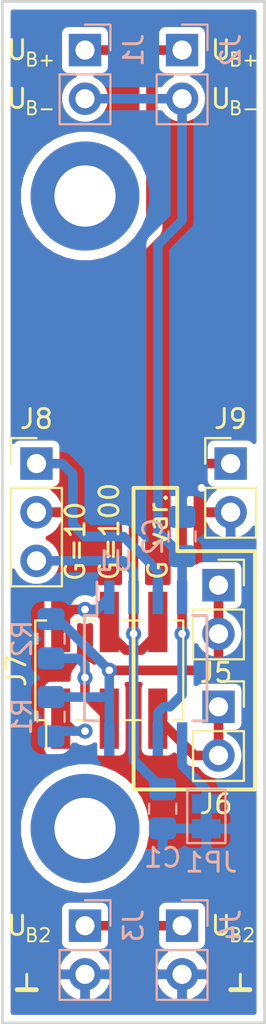
<source format=kicad_pcb>
(kicad_pcb (version 20171130) (host pcbnew "(5.1.0)-1")

  (general
    (thickness 1.6)
    (drawings 13)
    (tracks 87)
    (zones 0)
    (modules 25)
    (nets 14)
  )

  (page A4)
  (layers
    (0 F.Cu signal)
    (31 B.Cu signal)
    (32 B.Adhes user)
    (33 F.Adhes user)
    (34 B.Paste user)
    (35 F.Paste user)
    (36 B.SilkS user)
    (37 F.SilkS user)
    (38 B.Mask user)
    (39 F.Mask user)
    (40 Dwgs.User user)
    (41 Cmts.User user)
    (42 Eco1.User user)
    (43 Eco2.User user)
    (44 Edge.Cuts user)
    (45 Margin user)
    (46 B.CrtYd user)
    (47 F.CrtYd user)
    (48 B.Fab user hide)
    (49 F.Fab user hide)
  )

  (setup
    (last_trace_width 0.25)
    (user_trace_width 0.5)
    (trace_clearance 0.2)
    (zone_clearance 0.508)
    (zone_45_only no)
    (trace_min 0.2)
    (via_size 0.8)
    (via_drill 0.4)
    (via_min_size 0.4)
    (via_min_drill 0.3)
    (uvia_size 0.3)
    (uvia_drill 0.1)
    (uvias_allowed no)
    (uvia_min_size 0.2)
    (uvia_min_drill 0.1)
    (edge_width 0.15)
    (segment_width 0.2)
    (pcb_text_width 0.3)
    (pcb_text_size 1.5 1.5)
    (mod_edge_width 0.15)
    (mod_text_size 1 1)
    (mod_text_width 0.15)
    (pad_size 1.524 1.524)
    (pad_drill 0.762)
    (pad_to_mask_clearance 0.051)
    (solder_mask_min_width 0.25)
    (aux_axis_origin 0 0)
    (visible_elements 7FFFFFFF)
    (pcbplotparams
      (layerselection 0x010fc_ffffffff)
      (usegerberextensions false)
      (usegerberattributes false)
      (usegerberadvancedattributes false)
      (creategerberjobfile false)
      (excludeedgelayer true)
      (linewidth 0.100000)
      (plotframeref false)
      (viasonmask false)
      (mode 1)
      (useauxorigin false)
      (hpglpennumber 1)
      (hpglpenspeed 20)
      (hpglpendiameter 15.000000)
      (psnegative false)
      (psa4output false)
      (plotreference true)
      (plotvalue true)
      (plotinvisibletext false)
      (padsonsilk false)
      (subtractmaskfromsilk false)
      (outputformat 1)
      (mirror false)
      (drillshape 1)
      (scaleselection 1)
      (outputdirectory ""))
  )

  (net 0 "")
  (net 1 -15V)
  (net 2 +15V)
  (net 3 GND)
  (net 4 +5V)
  (net 5 Rg_2)
  (net 6 "Net-(J6-Pad1)")
  (net 7 Rg_1)
  (net 8 in-)
  (net 9 in+)
  (net 10 "Net-(J9-Pad1)")
  (net 11 "Net-(JP1-Pad1)")
  (net 12 "Net-(J7-Pad3)")
  (net 13 "Net-(J7-Pad1)")

  (net_class Default "Dies ist die voreingestellte Netzklasse."
    (clearance 0.2)
    (trace_width 0.25)
    (via_dia 0.8)
    (via_drill 0.4)
    (uvia_dia 0.3)
    (uvia_drill 0.1)
    (add_net +15V)
    (add_net +5V)
    (add_net -15V)
    (add_net GND)
    (add_net "Net-(J6-Pad1)")
    (add_net "Net-(J7-Pad1)")
    (add_net "Net-(J7-Pad3)")
    (add_net "Net-(J9-Pad1)")
    (add_net "Net-(JP1-Pad1)")
    (add_net Rg_1)
    (add_net Rg_2)
    (add_net in+)
    (add_net in-)
  )

  (module Connector_PinSocket_2.54mm:PinSocket_1x02_P2.54mm_Vertical (layer F.Cu) (tedit 5A19A420) (tstamp 5CC1CF5F)
    (at 85.725 125.73)
    (descr "Through hole straight socket strip, 1x02, 2.54mm pitch, single row (from Kicad 4.0.7), script generated")
    (tags "Through hole socket strip THT 1x02 2.54mm single row")
    (path /5CC7CCFE)
    (fp_text reference J6 (at -0.127 5.08 180) (layer F.SilkS)
      (effects (font (size 1 1) (thickness 0.15)))
    )
    (fp_text value Conn_01x02 (at 0 5.31) (layer F.Fab)
      (effects (font (size 1 1) (thickness 0.15)))
    )
    (fp_text user %R (at 0 1.27 90) (layer F.Fab)
      (effects (font (size 1 1) (thickness 0.15)))
    )
    (fp_line (start -1.8 4.3) (end -1.8 -1.8) (layer F.CrtYd) (width 0.05))
    (fp_line (start 1.75 4.3) (end -1.8 4.3) (layer F.CrtYd) (width 0.05))
    (fp_line (start 1.75 -1.8) (end 1.75 4.3) (layer F.CrtYd) (width 0.05))
    (fp_line (start -1.8 -1.8) (end 1.75 -1.8) (layer F.CrtYd) (width 0.05))
    (fp_line (start 0 -1.33) (end 1.33 -1.33) (layer F.SilkS) (width 0.12))
    (fp_line (start 1.33 -1.33) (end 1.33 0) (layer F.SilkS) (width 0.12))
    (fp_line (start 1.33 1.27) (end 1.33 3.87) (layer F.SilkS) (width 0.12))
    (fp_line (start -1.33 3.87) (end 1.33 3.87) (layer F.SilkS) (width 0.12))
    (fp_line (start -1.33 1.27) (end -1.33 3.87) (layer F.SilkS) (width 0.12))
    (fp_line (start -1.33 1.27) (end 1.33 1.27) (layer F.SilkS) (width 0.12))
    (fp_line (start -1.27 3.81) (end -1.27 -1.27) (layer F.Fab) (width 0.1))
    (fp_line (start 1.27 3.81) (end -1.27 3.81) (layer F.Fab) (width 0.1))
    (fp_line (start 1.27 -0.635) (end 1.27 3.81) (layer F.Fab) (width 0.1))
    (fp_line (start 0.635 -1.27) (end 1.27 -0.635) (layer F.Fab) (width 0.1))
    (fp_line (start -1.27 -1.27) (end 0.635 -1.27) (layer F.Fab) (width 0.1))
    (pad 2 thru_hole oval (at 0 2.54) (size 1.7 1.7) (drill 1) (layers *.Cu *.Mask)
      (net 6 "Net-(J6-Pad1)"))
    (pad 1 thru_hole rect (at 0 0) (size 1.7 1.7) (drill 1) (layers *.Cu *.Mask)
      (net 6 "Net-(J6-Pad1)"))
    (model ${KISYS3DMOD}/Connector_PinSocket_2.54mm.3dshapes/PinSocket_1x02_P2.54mm_Vertical.wrl
      (at (xyz 0 0 0))
      (scale (xyz 1 1 1))
      (rotate (xyz 0 0 0))
    )
  )

  (module Connector_PinSocket_2.54mm:PinSocket_1x02_P2.54mm_Vertical (layer F.Cu) (tedit 5A19A420) (tstamp 5CC1CF49)
    (at 85.725 119.38)
    (descr "Through hole straight socket strip, 1x02, 2.54mm pitch, single row (from Kicad 4.0.7), script generated")
    (tags "Through hole socket strip THT 1x02 2.54mm single row")
    (path /5CC7BA33)
    (fp_text reference J5 (at -0.127 4.572 180) (layer F.SilkS)
      (effects (font (size 1 1) (thickness 0.15)))
    )
    (fp_text value Conn_01x02 (at 0 5.31) (layer F.Fab)
      (effects (font (size 1 1) (thickness 0.15)))
    )
    (fp_text user %R (at 0 1.27 90) (layer F.Fab)
      (effects (font (size 1 1) (thickness 0.15)))
    )
    (fp_line (start -1.8 4.3) (end -1.8 -1.8) (layer F.CrtYd) (width 0.05))
    (fp_line (start 1.75 4.3) (end -1.8 4.3) (layer F.CrtYd) (width 0.05))
    (fp_line (start 1.75 -1.8) (end 1.75 4.3) (layer F.CrtYd) (width 0.05))
    (fp_line (start -1.8 -1.8) (end 1.75 -1.8) (layer F.CrtYd) (width 0.05))
    (fp_line (start 0 -1.33) (end 1.33 -1.33) (layer F.SilkS) (width 0.12))
    (fp_line (start 1.33 -1.33) (end 1.33 0) (layer F.SilkS) (width 0.12))
    (fp_line (start 1.33 1.27) (end 1.33 3.87) (layer F.SilkS) (width 0.12))
    (fp_line (start -1.33 3.87) (end 1.33 3.87) (layer F.SilkS) (width 0.12))
    (fp_line (start -1.33 1.27) (end -1.33 3.87) (layer F.SilkS) (width 0.12))
    (fp_line (start -1.33 1.27) (end 1.33 1.27) (layer F.SilkS) (width 0.12))
    (fp_line (start -1.27 3.81) (end -1.27 -1.27) (layer F.Fab) (width 0.1))
    (fp_line (start 1.27 3.81) (end -1.27 3.81) (layer F.Fab) (width 0.1))
    (fp_line (start 1.27 -0.635) (end 1.27 3.81) (layer F.Fab) (width 0.1))
    (fp_line (start 0.635 -1.27) (end 1.27 -0.635) (layer F.Fab) (width 0.1))
    (fp_line (start -1.27 -1.27) (end 0.635 -1.27) (layer F.Fab) (width 0.1))
    (pad 2 thru_hole oval (at 0 2.54) (size 1.7 1.7) (drill 1) (layers *.Cu *.Mask)
      (net 5 Rg_2))
    (pad 1 thru_hole rect (at 0 0) (size 1.7 1.7) (drill 1) (layers *.Cu *.Mask)
      (net 5 Rg_2))
    (model ${KISYS3DMOD}/Connector_PinSocket_2.54mm.3dshapes/PinSocket_1x02_P2.54mm_Vertical.wrl
      (at (xyz 0 0 0))
      (scale (xyz 1 1 1))
      (rotate (xyz 0 0 0))
    )
  )

  (module Connector_PinHeader_2.54mm:PinHeader_2x03_P2.54mm_Vertical_SMD (layer F.Cu) (tedit 59FED5CC) (tstamp 5CC1F4C6)
    (at 80.01 123.825 90)
    (descr "surface-mounted straight pin header, 2x03, 2.54mm pitch, double rows")
    (tags "Surface mounted pin header SMD 2x03 2.54mm double row")
    (path /5CC662CA)
    (attr smd)
    (fp_text reference J7 (at 0 -4.87 90) (layer F.SilkS)
      (effects (font (size 1 1) (thickness 0.15)))
    )
    (fp_text value Conn_02x03_Odd_Even (at 0 4.87 90) (layer F.Fab)
      (effects (font (size 1 1) (thickness 0.15)))
    )
    (fp_text user %R (at 0 0 180) (layer F.Fab)
      (effects (font (size 1 1) (thickness 0.15)))
    )
    (fp_line (start 5.9 -4.35) (end -5.9 -4.35) (layer F.CrtYd) (width 0.05))
    (fp_line (start 5.9 4.35) (end 5.9 -4.35) (layer F.CrtYd) (width 0.05))
    (fp_line (start -5.9 4.35) (end 5.9 4.35) (layer F.CrtYd) (width 0.05))
    (fp_line (start -5.9 -4.35) (end -5.9 4.35) (layer F.CrtYd) (width 0.05))
    (fp_line (start 2.6 0.76) (end 2.6 1.78) (layer F.SilkS) (width 0.12))
    (fp_line (start -2.6 0.76) (end -2.6 1.78) (layer F.SilkS) (width 0.12))
    (fp_line (start 2.6 -1.78) (end 2.6 -0.76) (layer F.SilkS) (width 0.12))
    (fp_line (start -2.6 -1.78) (end -2.6 -0.76) (layer F.SilkS) (width 0.12))
    (fp_line (start 2.6 3.3) (end 2.6 3.87) (layer F.SilkS) (width 0.12))
    (fp_line (start -2.6 3.3) (end -2.6 3.87) (layer F.SilkS) (width 0.12))
    (fp_line (start 2.6 -3.87) (end 2.6 -3.3) (layer F.SilkS) (width 0.12))
    (fp_line (start -2.6 -3.87) (end -2.6 -3.3) (layer F.SilkS) (width 0.12))
    (fp_line (start -4.04 -3.3) (end -2.6 -3.3) (layer F.SilkS) (width 0.12))
    (fp_line (start -2.6 3.87) (end 2.6 3.87) (layer F.SilkS) (width 0.12))
    (fp_line (start -2.6 -3.87) (end 2.6 -3.87) (layer F.SilkS) (width 0.12))
    (fp_line (start 3.6 2.86) (end 2.54 2.86) (layer F.Fab) (width 0.1))
    (fp_line (start 3.6 2.22) (end 3.6 2.86) (layer F.Fab) (width 0.1))
    (fp_line (start 2.54 2.22) (end 3.6 2.22) (layer F.Fab) (width 0.1))
    (fp_line (start -3.6 2.86) (end -2.54 2.86) (layer F.Fab) (width 0.1))
    (fp_line (start -3.6 2.22) (end -3.6 2.86) (layer F.Fab) (width 0.1))
    (fp_line (start -2.54 2.22) (end -3.6 2.22) (layer F.Fab) (width 0.1))
    (fp_line (start 3.6 0.32) (end 2.54 0.32) (layer F.Fab) (width 0.1))
    (fp_line (start 3.6 -0.32) (end 3.6 0.32) (layer F.Fab) (width 0.1))
    (fp_line (start 2.54 -0.32) (end 3.6 -0.32) (layer F.Fab) (width 0.1))
    (fp_line (start -3.6 0.32) (end -2.54 0.32) (layer F.Fab) (width 0.1))
    (fp_line (start -3.6 -0.32) (end -3.6 0.32) (layer F.Fab) (width 0.1))
    (fp_line (start -2.54 -0.32) (end -3.6 -0.32) (layer F.Fab) (width 0.1))
    (fp_line (start 3.6 -2.22) (end 2.54 -2.22) (layer F.Fab) (width 0.1))
    (fp_line (start 3.6 -2.86) (end 3.6 -2.22) (layer F.Fab) (width 0.1))
    (fp_line (start 2.54 -2.86) (end 3.6 -2.86) (layer F.Fab) (width 0.1))
    (fp_line (start -3.6 -2.22) (end -2.54 -2.22) (layer F.Fab) (width 0.1))
    (fp_line (start -3.6 -2.86) (end -3.6 -2.22) (layer F.Fab) (width 0.1))
    (fp_line (start -2.54 -2.86) (end -3.6 -2.86) (layer F.Fab) (width 0.1))
    (fp_line (start 2.54 -3.81) (end 2.54 3.81) (layer F.Fab) (width 0.1))
    (fp_line (start -2.54 -2.86) (end -1.59 -3.81) (layer F.Fab) (width 0.1))
    (fp_line (start -2.54 3.81) (end -2.54 -2.86) (layer F.Fab) (width 0.1))
    (fp_line (start -1.59 -3.81) (end 2.54 -3.81) (layer F.Fab) (width 0.1))
    (fp_line (start 2.54 3.81) (end -2.54 3.81) (layer F.Fab) (width 0.1))
    (pad 6 smd rect (at 2.525 2.54 90) (size 3.15 1) (layers F.Cu F.Paste F.Mask)
      (net 7 Rg_1))
    (pad 5 smd rect (at -2.525 2.54 90) (size 3.15 1) (layers F.Cu F.Paste F.Mask)
      (net 6 "Net-(J6-Pad1)"))
    (pad 4 smd rect (at 2.525 0 90) (size 3.15 1) (layers F.Cu F.Paste F.Mask)
      (net 7 Rg_1))
    (pad 3 smd rect (at -2.525 0 90) (size 3.15 1) (layers F.Cu F.Paste F.Mask)
      (net 12 "Net-(J7-Pad3)"))
    (pad 2 smd rect (at 2.525 -2.54 90) (size 3.15 1) (layers F.Cu F.Paste F.Mask)
      (net 7 Rg_1))
    (pad 1 smd rect (at -2.525 -2.54 90) (size 3.15 1) (layers F.Cu F.Paste F.Mask)
      (net 13 "Net-(J7-Pad1)"))
    (model ${KISYS3DMOD}/Connector_PinHeader_2.54mm.3dshapes/PinHeader_2x03_P2.54mm_Vertical_SMD.wrl
      (at (xyz 0 0 0))
      (scale (xyz 1 1 1))
      (rotate (xyz 0 0 0))
    )
  )

  (module Package_SO:SO-8_5.3x6.2mm_P1.27mm (layer B.Cu) (tedit 5A02F2D3) (tstamp 5CC1BC91)
    (at 81.915 123.715 270)
    (descr "8-Lead Plastic Small Outline, 5.3x6.2mm Body (http://www.ti.com.cn/cn/lit/ds/symlink/tl7705a.pdf)")
    (tags "SOIC 1.27")
    (path /5CC173D9)
    (attr smd)
    (fp_text reference U1 (at -5.605 1.651) (layer B.SilkS)
      (effects (font (size 1 1) (thickness 0.15)) (justify mirror))
    )
    (fp_text value INA126 (at 0 -4.13 270) (layer B.Fab)
      (effects (font (size 1 1) (thickness 0.15)) (justify mirror))
    )
    (fp_line (start -2.75 2.55) (end -4.5 2.55) (layer B.SilkS) (width 0.15))
    (fp_line (start -2.75 -3.205) (end 2.75 -3.205) (layer B.SilkS) (width 0.15))
    (fp_line (start -2.75 3.205) (end 2.75 3.205) (layer B.SilkS) (width 0.15))
    (fp_line (start -2.75 -3.205) (end -2.75 -2.455) (layer B.SilkS) (width 0.15))
    (fp_line (start 2.75 -3.205) (end 2.75 -2.455) (layer B.SilkS) (width 0.15))
    (fp_line (start 2.75 3.205) (end 2.75 2.455) (layer B.SilkS) (width 0.15))
    (fp_line (start -2.75 3.205) (end -2.75 2.55) (layer B.SilkS) (width 0.15))
    (fp_line (start -4.83 -3.35) (end 4.83 -3.35) (layer B.CrtYd) (width 0.05))
    (fp_line (start -4.83 3.35) (end 4.83 3.35) (layer B.CrtYd) (width 0.05))
    (fp_line (start 4.83 3.35) (end 4.83 -3.35) (layer B.CrtYd) (width 0.05))
    (fp_line (start -4.83 3.35) (end -4.83 -3.35) (layer B.CrtYd) (width 0.05))
    (fp_line (start -2.65 2.1) (end -1.65 3.1) (layer B.Fab) (width 0.15))
    (fp_line (start -2.65 -3.1) (end -2.65 2.1) (layer B.Fab) (width 0.15))
    (fp_line (start 2.65 -3.1) (end -2.65 -3.1) (layer B.Fab) (width 0.15))
    (fp_line (start 2.65 3.1) (end 2.65 -3.1) (layer B.Fab) (width 0.15))
    (fp_line (start -1.65 3.1) (end 2.65 3.1) (layer B.Fab) (width 0.15))
    (fp_text user %R (at 0 0 270) (layer B.Fab)
      (effects (font (size 1 1) (thickness 0.15)) (justify mirror))
    )
    (pad 8 smd rect (at 3.7 1.905 270) (size 1.75 0.55) (layers B.Cu B.Paste B.Mask)
      (net 5 Rg_2))
    (pad 7 smd rect (at 3.7 0.635 270) (size 1.75 0.55) (layers B.Cu B.Paste B.Mask)
      (net 2 +15V))
    (pad 6 smd rect (at 3.7 -0.635 270) (size 1.75 0.55) (layers B.Cu B.Paste B.Mask)
      (net 10 "Net-(J9-Pad1)"))
    (pad 5 smd rect (at 3.7 -1.905 270) (size 1.75 0.55) (layers B.Cu B.Paste B.Mask)
      (net 11 "Net-(JP1-Pad1)"))
    (pad 4 smd rect (at -3.7 -1.905 270) (size 1.75 0.55) (layers B.Cu B.Paste B.Mask)
      (net 1 -15V))
    (pad 3 smd rect (at -3.7 -0.635 270) (size 1.75 0.55) (layers B.Cu B.Paste B.Mask)
      (net 9 in+))
    (pad 2 smd rect (at -3.7 0.635 270) (size 1.75 0.55) (layers B.Cu B.Paste B.Mask)
      (net 8 in-))
    (pad 1 smd rect (at -3.7 1.905 270) (size 1.75 0.55) (layers B.Cu B.Paste B.Mask)
      (net 7 Rg_1))
    (model ${KISYS3DMOD}/Package_SO.3dshapes/SO-8_5.3x6.2mm_P1.27mm.wrl
      (at (xyz 0 0 0))
      (scale (xyz 1 1 1))
      (rotate (xyz 0 0 0))
    )
  )

  (module Resistor_SMD:R_0805_2012Metric_Pad1.15x1.40mm_HandSolder (layer B.Cu) (tedit 5B36C52B) (tstamp 5CC1BC74)
    (at 76.962 122.174 90)
    (descr "Resistor SMD 0805 (2012 Metric), square (rectangular) end terminal, IPC_7351 nominal with elongated pad for handsoldering. (Body size source: https://docs.google.com/spreadsheets/d/1BsfQQcO9C6DZCsRaXUlFlo91Tg2WpOkGARC1WS5S8t0/edit?usp=sharing), generated with kicad-footprint-generator")
    (tags "resistor handsolder")
    (path /5CC228EA)
    (attr smd)
    (fp_text reference R2 (at 0 -1.524 90) (layer B.SilkS)
      (effects (font (size 1 1) (thickness 0.15)) (justify mirror))
    )
    (fp_text value 820R (at 0 -1.65 90) (layer B.Fab)
      (effects (font (size 1 1) (thickness 0.15)) (justify mirror))
    )
    (fp_text user %R (at 0 0 90) (layer B.Fab)
      (effects (font (size 0.5 0.5) (thickness 0.08)) (justify mirror))
    )
    (fp_line (start 1.85 -0.95) (end -1.85 -0.95) (layer B.CrtYd) (width 0.05))
    (fp_line (start 1.85 0.95) (end 1.85 -0.95) (layer B.CrtYd) (width 0.05))
    (fp_line (start -1.85 0.95) (end 1.85 0.95) (layer B.CrtYd) (width 0.05))
    (fp_line (start -1.85 -0.95) (end -1.85 0.95) (layer B.CrtYd) (width 0.05))
    (fp_line (start -0.261252 -0.71) (end 0.261252 -0.71) (layer B.SilkS) (width 0.12))
    (fp_line (start -0.261252 0.71) (end 0.261252 0.71) (layer B.SilkS) (width 0.12))
    (fp_line (start 1 -0.6) (end -1 -0.6) (layer B.Fab) (width 0.1))
    (fp_line (start 1 0.6) (end 1 -0.6) (layer B.Fab) (width 0.1))
    (fp_line (start -1 0.6) (end 1 0.6) (layer B.Fab) (width 0.1))
    (fp_line (start -1 -0.6) (end -1 0.6) (layer B.Fab) (width 0.1))
    (pad 2 smd roundrect (at 1.025 0 90) (size 1.15 1.4) (layers B.Cu B.Paste B.Mask) (roundrect_rratio 0.217391)
      (net 5 Rg_2))
    (pad 1 smd roundrect (at -1.025 0 90) (size 1.15 1.4) (layers B.Cu B.Paste B.Mask) (roundrect_rratio 0.217391)
      (net 12 "Net-(J7-Pad3)"))
    (model ${KISYS3DMOD}/Resistor_SMD.3dshapes/R_0805_2012Metric.wrl
      (at (xyz 0 0 0))
      (scale (xyz 1 1 1))
      (rotate (xyz 0 0 0))
    )
  )

  (module Resistor_SMD:R_0805_2012Metric_Pad1.15x1.40mm_HandSolder (layer B.Cu) (tedit 5B36C52B) (tstamp 5CC1BC63)
    (at 76.962 126.246999 90)
    (descr "Resistor SMD 0805 (2012 Metric), square (rectangular) end terminal, IPC_7351 nominal with elongated pad for handsoldering. (Body size source: https://docs.google.com/spreadsheets/d/1BsfQQcO9C6DZCsRaXUlFlo91Tg2WpOkGARC1WS5S8t0/edit?usp=sharing), generated with kicad-footprint-generator")
    (tags "resistor handsolder")
    (path /5CC222A1)
    (attr smd)
    (fp_text reference R1 (at 0.008999 -1.524 90) (layer B.SilkS)
      (effects (font (size 1 1) (thickness 0.15)) (justify mirror))
    )
    (fp_text value 16k (at 0 -1.65 90) (layer B.Fab)
      (effects (font (size 1 1) (thickness 0.15)) (justify mirror))
    )
    (fp_text user %R (at 0 0 90) (layer B.Fab)
      (effects (font (size 0.5 0.5) (thickness 0.08)) (justify mirror))
    )
    (fp_line (start 1.85 -0.95) (end -1.85 -0.95) (layer B.CrtYd) (width 0.05))
    (fp_line (start 1.85 0.95) (end 1.85 -0.95) (layer B.CrtYd) (width 0.05))
    (fp_line (start -1.85 0.95) (end 1.85 0.95) (layer B.CrtYd) (width 0.05))
    (fp_line (start -1.85 -0.95) (end -1.85 0.95) (layer B.CrtYd) (width 0.05))
    (fp_line (start -0.261252 -0.71) (end 0.261252 -0.71) (layer B.SilkS) (width 0.12))
    (fp_line (start -0.261252 0.71) (end 0.261252 0.71) (layer B.SilkS) (width 0.12))
    (fp_line (start 1 -0.6) (end -1 -0.6) (layer B.Fab) (width 0.1))
    (fp_line (start 1 0.6) (end 1 -0.6) (layer B.Fab) (width 0.1))
    (fp_line (start -1 0.6) (end 1 0.6) (layer B.Fab) (width 0.1))
    (fp_line (start -1 -0.6) (end -1 0.6) (layer B.Fab) (width 0.1))
    (pad 2 smd roundrect (at 1.025 0 90) (size 1.15 1.4) (layers B.Cu B.Paste B.Mask) (roundrect_rratio 0.217391)
      (net 5 Rg_2))
    (pad 1 smd roundrect (at -1.025 0 90) (size 1.15 1.4) (layers B.Cu B.Paste B.Mask) (roundrect_rratio 0.217391)
      (net 13 "Net-(J7-Pad1)"))
    (model ${KISYS3DMOD}/Resistor_SMD.3dshapes/R_0805_2012Metric.wrl
      (at (xyz 0 0 0))
      (scale (xyz 1 1 1))
      (rotate (xyz 0 0 0))
    )
  )

  (module Jumper:SolderJumper-2_P1.3mm_Bridged_Pad1.0x1.5mm (layer B.Cu) (tedit 5C756AB2) (tstamp 5CC1BC52)
    (at 85.09 131.445 270)
    (descr "SMD Solder Jumper, 1x1.5mm Pads, 0.3mm gap, bridged with 1 copper strip")
    (tags "solder jumper open")
    (path /5CC608AF)
    (attr virtual)
    (fp_text reference JP1 (at 2.413 -0.254) (layer B.SilkS)
      (effects (font (size 1 1) (thickness 0.15)) (justify mirror))
    )
    (fp_text value SolderJumper_2_Bridged (at 0 -1.9 270) (layer B.Fab)
      (effects (font (size 1 1) (thickness 0.15)) (justify mirror))
    )
    (fp_poly (pts (xy -0.25 0.3) (xy 0.25 0.3) (xy 0.25 -0.3) (xy -0.25 -0.3)) (layer B.Cu) (width 0))
    (fp_line (start 1.65 -1.25) (end -1.65 -1.25) (layer B.CrtYd) (width 0.05))
    (fp_line (start 1.65 -1.25) (end 1.65 1.25) (layer B.CrtYd) (width 0.05))
    (fp_line (start -1.65 1.25) (end -1.65 -1.25) (layer B.CrtYd) (width 0.05))
    (fp_line (start -1.65 1.25) (end 1.65 1.25) (layer B.CrtYd) (width 0.05))
    (fp_line (start -1.4 1) (end 1.4 1) (layer B.SilkS) (width 0.12))
    (fp_line (start 1.4 1) (end 1.4 -1) (layer B.SilkS) (width 0.12))
    (fp_line (start 1.4 -1) (end -1.4 -1) (layer B.SilkS) (width 0.12))
    (fp_line (start -1.4 -1) (end -1.4 1) (layer B.SilkS) (width 0.12))
    (pad 2 smd rect (at 0.65 0 270) (size 1 1.5) (layers B.Cu B.Mask)
      (net 3 GND))
    (pad 1 smd rect (at -0.65 0 270) (size 1 1.5) (layers B.Cu B.Mask)
      (net 11 "Net-(JP1-Pad1)"))
  )

  (module Connector_PinHeader_2.54mm:PinHeader_1x02_P2.54mm_Vertical (layer F.Cu) (tedit 59FED5CC) (tstamp 5CC1BC43)
    (at 86.36 113.03)
    (descr "Through hole straight pin header, 1x02, 2.54mm pitch, single row")
    (tags "Through hole pin header THT 1x02 2.54mm single row")
    (path /5CC708AF)
    (fp_text reference J9 (at 0 -2.33) (layer F.SilkS)
      (effects (font (size 1 1) (thickness 0.15)))
    )
    (fp_text value Conn_01x02 (at 0 4.87) (layer F.Fab)
      (effects (font (size 1 1) (thickness 0.15)))
    )
    (fp_text user %R (at 0 1.27 90) (layer F.Fab)
      (effects (font (size 1 1) (thickness 0.15)))
    )
    (fp_line (start 1.8 -1.8) (end -1.8 -1.8) (layer F.CrtYd) (width 0.05))
    (fp_line (start 1.8 4.35) (end 1.8 -1.8) (layer F.CrtYd) (width 0.05))
    (fp_line (start -1.8 4.35) (end 1.8 4.35) (layer F.CrtYd) (width 0.05))
    (fp_line (start -1.8 -1.8) (end -1.8 4.35) (layer F.CrtYd) (width 0.05))
    (fp_line (start -1.33 -1.33) (end 0 -1.33) (layer F.SilkS) (width 0.12))
    (fp_line (start -1.33 0) (end -1.33 -1.33) (layer F.SilkS) (width 0.12))
    (fp_line (start -1.33 1.27) (end 1.33 1.27) (layer F.SilkS) (width 0.12))
    (fp_line (start 1.33 1.27) (end 1.33 3.87) (layer F.SilkS) (width 0.12))
    (fp_line (start -1.33 1.27) (end -1.33 3.87) (layer F.SilkS) (width 0.12))
    (fp_line (start -1.33 3.87) (end 1.33 3.87) (layer F.SilkS) (width 0.12))
    (fp_line (start -1.27 -0.635) (end -0.635 -1.27) (layer F.Fab) (width 0.1))
    (fp_line (start -1.27 3.81) (end -1.27 -0.635) (layer F.Fab) (width 0.1))
    (fp_line (start 1.27 3.81) (end -1.27 3.81) (layer F.Fab) (width 0.1))
    (fp_line (start 1.27 -1.27) (end 1.27 3.81) (layer F.Fab) (width 0.1))
    (fp_line (start -0.635 -1.27) (end 1.27 -1.27) (layer F.Fab) (width 0.1))
    (pad 2 thru_hole oval (at 0 2.54) (size 1.7 1.7) (drill 1) (layers *.Cu *.Mask)
      (net 3 GND))
    (pad 1 thru_hole rect (at 0 0) (size 1.7 1.7) (drill 1) (layers *.Cu *.Mask)
      (net 10 "Net-(J9-Pad1)"))
    (model ${KISYS3DMOD}/Connector_PinHeader_2.54mm.3dshapes/PinHeader_1x02_P2.54mm_Vertical.wrl
      (at (xyz 0 0 0))
      (scale (xyz 1 1 1))
      (rotate (xyz 0 0 0))
    )
  )

  (module Connector_PinHeader_2.54mm:PinHeader_1x03_P2.54mm_Vertical (layer F.Cu) (tedit 59FED5CC) (tstamp 5CC1BC2D)
    (at 76.2 113.03)
    (descr "Through hole straight pin header, 1x03, 2.54mm pitch, single row")
    (tags "Through hole pin header THT 1x03 2.54mm single row")
    (path /5CC6F6BD)
    (fp_text reference J8 (at 0 -2.33) (layer F.SilkS)
      (effects (font (size 1 1) (thickness 0.15)))
    )
    (fp_text value Conn_01x03 (at 0 7.41) (layer F.Fab)
      (effects (font (size 1 1) (thickness 0.15)))
    )
    (fp_text user %R (at 0 2.54 90) (layer F.Fab)
      (effects (font (size 1 1) (thickness 0.15)))
    )
    (fp_line (start 1.8 -1.8) (end -1.8 -1.8) (layer F.CrtYd) (width 0.05))
    (fp_line (start 1.8 6.85) (end 1.8 -1.8) (layer F.CrtYd) (width 0.05))
    (fp_line (start -1.8 6.85) (end 1.8 6.85) (layer F.CrtYd) (width 0.05))
    (fp_line (start -1.8 -1.8) (end -1.8 6.85) (layer F.CrtYd) (width 0.05))
    (fp_line (start -1.33 -1.33) (end 0 -1.33) (layer F.SilkS) (width 0.12))
    (fp_line (start -1.33 0) (end -1.33 -1.33) (layer F.SilkS) (width 0.12))
    (fp_line (start -1.33 1.27) (end 1.33 1.27) (layer F.SilkS) (width 0.12))
    (fp_line (start 1.33 1.27) (end 1.33 6.41) (layer F.SilkS) (width 0.12))
    (fp_line (start -1.33 1.27) (end -1.33 6.41) (layer F.SilkS) (width 0.12))
    (fp_line (start -1.33 6.41) (end 1.33 6.41) (layer F.SilkS) (width 0.12))
    (fp_line (start -1.27 -0.635) (end -0.635 -1.27) (layer F.Fab) (width 0.1))
    (fp_line (start -1.27 6.35) (end -1.27 -0.635) (layer F.Fab) (width 0.1))
    (fp_line (start 1.27 6.35) (end -1.27 6.35) (layer F.Fab) (width 0.1))
    (fp_line (start 1.27 -1.27) (end 1.27 6.35) (layer F.Fab) (width 0.1))
    (fp_line (start -0.635 -1.27) (end 1.27 -1.27) (layer F.Fab) (width 0.1))
    (pad 3 thru_hole oval (at 0 5.08) (size 1.7 1.7) (drill 1) (layers *.Cu *.Mask)
      (net 8 in-))
    (pad 2 thru_hole oval (at 0 2.54) (size 1.7 1.7) (drill 1) (layers *.Cu *.Mask)
      (net 3 GND))
    (pad 1 thru_hole rect (at 0 0) (size 1.7 1.7) (drill 1) (layers *.Cu *.Mask)
      (net 9 in+))
    (model ${KISYS3DMOD}/Connector_PinHeader_2.54mm.3dshapes/PinHeader_1x03_P2.54mm_Vertical.wrl
      (at (xyz 0 0 0))
      (scale (xyz 1 1 1))
      (rotate (xyz 0 0 0))
    )
  )

  (module Capacitor_SMD:C_0805_2012Metric_Pad1.15x1.40mm_HandSolder (layer B.Cu) (tedit 5B36C52B) (tstamp 5CC1BB24)
    (at 83.82 116.84 90)
    (descr "Capacitor SMD 0805 (2012 Metric), square (rectangular) end terminal, IPC_7351 nominal with elongated pad for handsoldering. (Body size source: https://docs.google.com/spreadsheets/d/1BsfQQcO9C6DZCsRaXUlFlo91Tg2WpOkGARC1WS5S8t0/edit?usp=sharing), generated with kicad-footprint-generator")
    (tags "capacitor handsolder")
    (path /5CC31EA8)
    (attr smd)
    (fp_text reference C2 (at 0 -1.524 90) (layer B.SilkS)
      (effects (font (size 1 1) (thickness 0.15)) (justify mirror))
    )
    (fp_text value 0.1µF (at 0 -1.65 90) (layer B.Fab)
      (effects (font (size 1 1) (thickness 0.15)) (justify mirror))
    )
    (fp_text user %R (at 0 0 90) (layer B.Fab)
      (effects (font (size 0.5 0.5) (thickness 0.08)) (justify mirror))
    )
    (fp_line (start 1.85 -0.95) (end -1.85 -0.95) (layer B.CrtYd) (width 0.05))
    (fp_line (start 1.85 0.95) (end 1.85 -0.95) (layer B.CrtYd) (width 0.05))
    (fp_line (start -1.85 0.95) (end 1.85 0.95) (layer B.CrtYd) (width 0.05))
    (fp_line (start -1.85 -0.95) (end -1.85 0.95) (layer B.CrtYd) (width 0.05))
    (fp_line (start -0.261252 -0.71) (end 0.261252 -0.71) (layer B.SilkS) (width 0.12))
    (fp_line (start -0.261252 0.71) (end 0.261252 0.71) (layer B.SilkS) (width 0.12))
    (fp_line (start 1 -0.6) (end -1 -0.6) (layer B.Fab) (width 0.1))
    (fp_line (start 1 0.6) (end 1 -0.6) (layer B.Fab) (width 0.1))
    (fp_line (start -1 0.6) (end 1 0.6) (layer B.Fab) (width 0.1))
    (fp_line (start -1 -0.6) (end -1 0.6) (layer B.Fab) (width 0.1))
    (pad 2 smd roundrect (at 1.025 0 90) (size 1.15 1.4) (layers B.Cu B.Paste B.Mask) (roundrect_rratio 0.217391)
      (net 3 GND))
    (pad 1 smd roundrect (at -1.025 0 90) (size 1.15 1.4) (layers B.Cu B.Paste B.Mask) (roundrect_rratio 0.217391)
      (net 1 -15V))
    (model ${KISYS3DMOD}/Capacitor_SMD.3dshapes/C_0805_2012Metric.wrl
      (at (xyz 0 0 0))
      (scale (xyz 1 1 1))
      (rotate (xyz 0 0 0))
    )
  )

  (module Capacitor_SMD:C_0805_2012Metric_Pad1.15x1.40mm_HandSolder (layer B.Cu) (tedit 5B36C52B) (tstamp 5CC1BB13)
    (at 82.804 131.055 270)
    (descr "Capacitor SMD 0805 (2012 Metric), square (rectangular) end terminal, IPC_7351 nominal with elongated pad for handsoldering. (Body size source: https://docs.google.com/spreadsheets/d/1BsfQQcO9C6DZCsRaXUlFlo91Tg2WpOkGARC1WS5S8t0/edit?usp=sharing), generated with kicad-footprint-generator")
    (tags "capacitor handsolder")
    (path /5CC3154B)
    (attr smd)
    (fp_text reference C1 (at 2.549 0) (layer B.SilkS)
      (effects (font (size 1 1) (thickness 0.15)) (justify mirror))
    )
    (fp_text value 0.1µF (at 0 -1.65 270) (layer B.Fab)
      (effects (font (size 1 1) (thickness 0.15)) (justify mirror))
    )
    (fp_text user %R (at 0 0 270) (layer B.Fab)
      (effects (font (size 0.5 0.5) (thickness 0.08)) (justify mirror))
    )
    (fp_line (start 1.85 -0.95) (end -1.85 -0.95) (layer B.CrtYd) (width 0.05))
    (fp_line (start 1.85 0.95) (end 1.85 -0.95) (layer B.CrtYd) (width 0.05))
    (fp_line (start -1.85 0.95) (end 1.85 0.95) (layer B.CrtYd) (width 0.05))
    (fp_line (start -1.85 -0.95) (end -1.85 0.95) (layer B.CrtYd) (width 0.05))
    (fp_line (start -0.261252 -0.71) (end 0.261252 -0.71) (layer B.SilkS) (width 0.12))
    (fp_line (start -0.261252 0.71) (end 0.261252 0.71) (layer B.SilkS) (width 0.12))
    (fp_line (start 1 -0.6) (end -1 -0.6) (layer B.Fab) (width 0.1))
    (fp_line (start 1 0.6) (end 1 -0.6) (layer B.Fab) (width 0.1))
    (fp_line (start -1 0.6) (end 1 0.6) (layer B.Fab) (width 0.1))
    (fp_line (start -1 -0.6) (end -1 0.6) (layer B.Fab) (width 0.1))
    (pad 2 smd roundrect (at 1.025 0 270) (size 1.15 1.4) (layers B.Cu B.Paste B.Mask) (roundrect_rratio 0.217391)
      (net 3 GND))
    (pad 1 smd roundrect (at -1.025 0 270) (size 1.15 1.4) (layers B.Cu B.Paste B.Mask) (roundrect_rratio 0.217391)
      (net 2 +15V))
    (model ${KISYS3DMOD}/Capacitor_SMD.3dshapes/C_0805_2012Metric.wrl
      (at (xyz 0 0 0))
      (scale (xyz 1 1 1))
      (rotate (xyz 0 0 0))
    )
  )

  (module Connector_PinHeader_2.54mm:PinHeader_1x02_P2.54mm_Vertical locked (layer B.Cu) (tedit 5C754175) (tstamp 5C8155FE)
    (at 78.74 91.44 180)
    (descr "Through hole straight pin header, 1x02, 2.54mm pitch, single row")
    (tags "Through hole pin header THT 1x02 2.54mm single row")
    (path /5C753BE3)
    (fp_text reference J1 (at -2.54 0 270) (layer B.SilkS)
      (effects (font (size 1 1) (thickness 0.15)) (justify mirror))
    )
    (fp_text value Conn_01x02_Male (at 0 -4.87 180) (layer B.Fab)
      (effects (font (size 1 1) (thickness 0.15)) (justify mirror))
    )
    (fp_text user %R (at 0 -1.27 90) (layer B.Fab)
      (effects (font (size 1 1) (thickness 0.15)) (justify mirror))
    )
    (fp_line (start 1.8 1.8) (end -1.8 1.8) (layer B.CrtYd) (width 0.05))
    (fp_line (start 1.8 -4.35) (end 1.8 1.8) (layer B.CrtYd) (width 0.05))
    (fp_line (start -1.8 -4.35) (end 1.8 -4.35) (layer B.CrtYd) (width 0.05))
    (fp_line (start -1.8 1.8) (end -1.8 -4.35) (layer B.CrtYd) (width 0.05))
    (fp_line (start -1.33 1.33) (end 0 1.33) (layer B.SilkS) (width 0.12))
    (fp_line (start -1.33 0) (end -1.33 1.33) (layer B.SilkS) (width 0.12))
    (fp_line (start -1.33 -1.27) (end 1.33 -1.27) (layer B.SilkS) (width 0.12))
    (fp_line (start 1.33 -1.27) (end 1.33 -3.87) (layer B.SilkS) (width 0.12))
    (fp_line (start -1.33 -1.27) (end -1.33 -3.87) (layer B.SilkS) (width 0.12))
    (fp_line (start -1.33 -3.87) (end 1.33 -3.87) (layer B.SilkS) (width 0.12))
    (fp_line (start -1.27 0.635) (end -0.635 1.27) (layer B.Fab) (width 0.1))
    (fp_line (start -1.27 -3.81) (end -1.27 0.635) (layer B.Fab) (width 0.1))
    (fp_line (start 1.27 -3.81) (end -1.27 -3.81) (layer B.Fab) (width 0.1))
    (fp_line (start 1.27 1.27) (end 1.27 -3.81) (layer B.Fab) (width 0.1))
    (fp_line (start -0.635 1.27) (end 1.27 1.27) (layer B.Fab) (width 0.1))
    (pad 2 thru_hole oval (at 0 -2.54 180) (size 1.7 1.7) (drill 1) (layers *.Cu *.Mask)
      (net 1 -15V))
    (pad 1 thru_hole rect (at 0 0 180) (size 1.7 1.7) (drill 1) (layers *.Cu *.Mask)
      (net 2 +15V))
    (model ${KISYS3DMOD}/Connector_PinHeader_2.54mm.3dshapes/PinHeader_1x02_P2.54mm_Vertical.wrl
      (at (xyz 0 0 0))
      (scale (xyz 1 1 1))
      (rotate (xyz 0 0 0))
    )
  )

  (module Connector_PinHeader_2.54mm:PinHeader_1x02_P2.54mm_Vertical locked (layer B.Cu) (tedit 59FED5CC) (tstamp 5C81530B)
    (at 83.82 91.44 180)
    (descr "Through hole straight pin header, 1x02, 2.54mm pitch, single row")
    (tags "Through hole pin header THT 1x02 2.54mm single row")
    (path /5C753A3D)
    (fp_text reference J2 (at -2.54 0 270) (layer B.SilkS)
      (effects (font (size 1 1) (thickness 0.15)) (justify mirror))
    )
    (fp_text value Conn_01x02_Male (at 0 -4.87 180) (layer B.Fab)
      (effects (font (size 1 1) (thickness 0.15)) (justify mirror))
    )
    (fp_line (start -0.635 1.27) (end 1.27 1.27) (layer B.Fab) (width 0.1))
    (fp_line (start 1.27 1.27) (end 1.27 -3.81) (layer B.Fab) (width 0.1))
    (fp_line (start 1.27 -3.81) (end -1.27 -3.81) (layer B.Fab) (width 0.1))
    (fp_line (start -1.27 -3.81) (end -1.27 0.635) (layer B.Fab) (width 0.1))
    (fp_line (start -1.27 0.635) (end -0.635 1.27) (layer B.Fab) (width 0.1))
    (fp_line (start -1.33 -3.87) (end 1.33 -3.87) (layer B.SilkS) (width 0.12))
    (fp_line (start -1.33 -1.27) (end -1.33 -3.87) (layer B.SilkS) (width 0.12))
    (fp_line (start 1.33 -1.27) (end 1.33 -3.87) (layer B.SilkS) (width 0.12))
    (fp_line (start -1.33 -1.27) (end 1.33 -1.27) (layer B.SilkS) (width 0.12))
    (fp_line (start -1.33 0) (end -1.33 1.33) (layer B.SilkS) (width 0.12))
    (fp_line (start -1.33 1.33) (end 0 1.33) (layer B.SilkS) (width 0.12))
    (fp_line (start -1.8 1.8) (end -1.8 -4.35) (layer B.CrtYd) (width 0.05))
    (fp_line (start -1.8 -4.35) (end 1.8 -4.35) (layer B.CrtYd) (width 0.05))
    (fp_line (start 1.8 -4.35) (end 1.8 1.8) (layer B.CrtYd) (width 0.05))
    (fp_line (start 1.8 1.8) (end -1.8 1.8) (layer B.CrtYd) (width 0.05))
    (fp_text user %R (at 0 -1.27 90) (layer B.Fab)
      (effects (font (size 1 1) (thickness 0.15)) (justify mirror))
    )
    (pad 1 thru_hole rect (at 0 0 180) (size 1.7 1.7) (drill 1) (layers *.Cu *.Mask)
      (net 2 +15V))
    (pad 2 thru_hole oval (at 0 -2.54 180) (size 1.7 1.7) (drill 1) (layers *.Cu *.Mask)
      (net 1 -15V))
    (model ${KISYS3DMOD}/Connector_PinHeader_2.54mm.3dshapes/PinHeader_1x02_P2.54mm_Vertical.wrl
      (at (xyz 0 0 0))
      (scale (xyz 1 1 1))
      (rotate (xyz 0 0 0))
    )
  )

  (module Connector_PinHeader_2.54mm:PinHeader_1x02_P2.54mm_Vertical locked (layer B.Cu) (tedit 59FED5CC) (tstamp 5C8157B0)
    (at 78.74 137.16 180)
    (descr "Through hole straight pin header, 1x02, 2.54mm pitch, single row")
    (tags "Through hole pin header THT 1x02 2.54mm single row")
    (path /5C753C9E)
    (fp_text reference J3 (at -2.54 0 270) (layer B.SilkS)
      (effects (font (size 1 1) (thickness 0.15)) (justify mirror))
    )
    (fp_text value Conn_01x02_Male (at 0 -4.87 180) (layer B.Fab)
      (effects (font (size 1 1) (thickness 0.15)) (justify mirror))
    )
    (fp_text user %R (at 0 -1.27 90) (layer B.Fab)
      (effects (font (size 1 1) (thickness 0.15)) (justify mirror))
    )
    (fp_line (start 1.8 1.8) (end -1.8 1.8) (layer B.CrtYd) (width 0.05))
    (fp_line (start 1.8 -4.35) (end 1.8 1.8) (layer B.CrtYd) (width 0.05))
    (fp_line (start -1.8 -4.35) (end 1.8 -4.35) (layer B.CrtYd) (width 0.05))
    (fp_line (start -1.8 1.8) (end -1.8 -4.35) (layer B.CrtYd) (width 0.05))
    (fp_line (start -1.33 1.33) (end 0 1.33) (layer B.SilkS) (width 0.12))
    (fp_line (start -1.33 0) (end -1.33 1.33) (layer B.SilkS) (width 0.12))
    (fp_line (start -1.33 -1.27) (end 1.33 -1.27) (layer B.SilkS) (width 0.12))
    (fp_line (start 1.33 -1.27) (end 1.33 -3.87) (layer B.SilkS) (width 0.12))
    (fp_line (start -1.33 -1.27) (end -1.33 -3.87) (layer B.SilkS) (width 0.12))
    (fp_line (start -1.33 -3.87) (end 1.33 -3.87) (layer B.SilkS) (width 0.12))
    (fp_line (start -1.27 0.635) (end -0.635 1.27) (layer B.Fab) (width 0.1))
    (fp_line (start -1.27 -3.81) (end -1.27 0.635) (layer B.Fab) (width 0.1))
    (fp_line (start 1.27 -3.81) (end -1.27 -3.81) (layer B.Fab) (width 0.1))
    (fp_line (start 1.27 1.27) (end 1.27 -3.81) (layer B.Fab) (width 0.1))
    (fp_line (start -0.635 1.27) (end 1.27 1.27) (layer B.Fab) (width 0.1))
    (pad 2 thru_hole oval (at 0 -2.54 180) (size 1.7 1.7) (drill 1) (layers *.Cu *.Mask)
      (net 3 GND))
    (pad 1 thru_hole rect (at 0 0 180) (size 1.7 1.7) (drill 1) (layers *.Cu *.Mask)
      (net 4 +5V))
    (model ${KISYS3DMOD}/Connector_PinHeader_2.54mm.3dshapes/PinHeader_1x02_P2.54mm_Vertical.wrl
      (at (xyz 0 0 0))
      (scale (xyz 1 1 1))
      (rotate (xyz 0 0 0))
    )
  )

  (module Connector_PinHeader_2.54mm:PinHeader_1x02_P2.54mm_Vertical locked (layer B.Cu) (tedit 59FED5CC) (tstamp 5C815337)
    (at 83.82 137.16 180)
    (descr "Through hole straight pin header, 1x02, 2.54mm pitch, single row")
    (tags "Through hole pin header THT 1x02 2.54mm single row")
    (path /5C753D1D)
    (fp_text reference J4 (at -2.54 0 270) (layer B.SilkS)
      (effects (font (size 1 1) (thickness 0.15)) (justify mirror))
    )
    (fp_text value Conn_01x02_Male (at 0 -4.87 180) (layer B.Fab)
      (effects (font (size 1 1) (thickness 0.15)) (justify mirror))
    )
    (fp_line (start -0.635 1.27) (end 1.27 1.27) (layer B.Fab) (width 0.1))
    (fp_line (start 1.27 1.27) (end 1.27 -3.81) (layer B.Fab) (width 0.1))
    (fp_line (start 1.27 -3.81) (end -1.27 -3.81) (layer B.Fab) (width 0.1))
    (fp_line (start -1.27 -3.81) (end -1.27 0.635) (layer B.Fab) (width 0.1))
    (fp_line (start -1.27 0.635) (end -0.635 1.27) (layer B.Fab) (width 0.1))
    (fp_line (start -1.33 -3.87) (end 1.33 -3.87) (layer B.SilkS) (width 0.12))
    (fp_line (start -1.33 -1.27) (end -1.33 -3.87) (layer B.SilkS) (width 0.12))
    (fp_line (start 1.33 -1.27) (end 1.33 -3.87) (layer B.SilkS) (width 0.12))
    (fp_line (start -1.33 -1.27) (end 1.33 -1.27) (layer B.SilkS) (width 0.12))
    (fp_line (start -1.33 0) (end -1.33 1.33) (layer B.SilkS) (width 0.12))
    (fp_line (start -1.33 1.33) (end 0 1.33) (layer B.SilkS) (width 0.12))
    (fp_line (start -1.8 1.8) (end -1.8 -4.35) (layer B.CrtYd) (width 0.05))
    (fp_line (start -1.8 -4.35) (end 1.8 -4.35) (layer B.CrtYd) (width 0.05))
    (fp_line (start 1.8 -4.35) (end 1.8 1.8) (layer B.CrtYd) (width 0.05))
    (fp_line (start 1.8 1.8) (end -1.8 1.8) (layer B.CrtYd) (width 0.05))
    (fp_text user %R (at 0 -1.27 90) (layer B.Fab)
      (effects (font (size 1 1) (thickness 0.15)) (justify mirror))
    )
    (pad 1 thru_hole rect (at 0 0 180) (size 1.7 1.7) (drill 1) (layers *.Cu *.Mask)
      (net 4 +5V))
    (pad 2 thru_hole oval (at 0 -2.54 180) (size 1.7 1.7) (drill 1) (layers *.Cu *.Mask)
      (net 3 GND))
    (model ${KISYS3DMOD}/Connector_PinHeader_2.54mm.3dshapes/PinHeader_1x02_P2.54mm_Vertical.wrl
      (at (xyz 0 0 0))
      (scale (xyz 1 1 1))
      (rotate (xyz 0 0 0))
    )
  )

  (module Symbol-emt:Text_U_B+_Silkscreen (layer F.Cu) (tedit 5CA4D6E4) (tstamp 5CC87AFB)
    (at 75.184 91.44)
    (descr "Voltage Label Betriebsspannung")
    (tags "Voltage Label Betriebsspannung")
    (path /5CC837C1)
    (attr virtual)
    (fp_text reference H1 (at 0 1.65) (layer F.SilkS) hide
      (effects (font (size 1 1) (thickness 0.15)))
    )
    (fp_text value Silkscreen_Label (at 0 -1.5) (layer F.Fab) hide
      (effects (font (size 1 1) (thickness 0.15)))
    )
    (fp_text user B+ (at 1.2 0.5) (layer F.SilkS)
      (effects (font (size 0.7 0.7) (thickness 0.1)))
    )
    (fp_text user U (at 0 0) (layer F.SilkS)
      (effects (font (size 1 1) (thickness 0.15)))
    )
  )

  (module Symbol-emt:Text_U_B+_Silkscreen (layer F.Cu) (tedit 5CA4D6E4) (tstamp 5CC87B01)
    (at 85.852 91.44)
    (descr "Voltage Label Betriebsspannung")
    (tags "Voltage Label Betriebsspannung")
    (path /5CC83EDA)
    (attr virtual)
    (fp_text reference H2 (at 0 1.65) (layer F.SilkS) hide
      (effects (font (size 1 1) (thickness 0.15)))
    )
    (fp_text value Silkscreen_Label (at 0 -1.5) (layer F.Fab) hide
      (effects (font (size 1 1) (thickness 0.15)))
    )
    (fp_text user U (at 0 0) (layer F.SilkS)
      (effects (font (size 1 1) (thickness 0.15)))
    )
    (fp_text user B+ (at 1.2 0.5) (layer F.SilkS)
      (effects (font (size 0.7 0.7) (thickness 0.1)))
    )
  )

  (module Symbol-emt:Text_U_B-_Silkscreen (layer F.Cu) (tedit 5CA4D70B) (tstamp 5CC87B07)
    (at 75.184 93.98)
    (descr "Voltage Label Betriebsspannung")
    (tags "Voltage Label Betriebsspannung")
    (path /5CC84084)
    (attr virtual)
    (fp_text reference H3 (at 0 1.65) (layer F.SilkS) hide
      (effects (font (size 1 1) (thickness 0.15)))
    )
    (fp_text value Silkscreen_Label (at 0 -1.5) (layer F.Fab) hide
      (effects (font (size 1 1) (thickness 0.15)))
    )
    (fp_text user B- (at 1.2 0.5) (layer F.SilkS)
      (effects (font (size 0.7 0.7) (thickness 0.1)))
    )
    (fp_text user U (at 0 0) (layer F.SilkS)
      (effects (font (size 1 1) (thickness 0.15)))
    )
  )

  (module Symbol-emt:Text_U_B-_Silkscreen (layer F.Cu) (tedit 5CA4D70B) (tstamp 5CC87B0D)
    (at 85.852 93.98)
    (descr "Voltage Label Betriebsspannung")
    (tags "Voltage Label Betriebsspannung")
    (path /5CC843C8)
    (attr virtual)
    (fp_text reference H4 (at 0 1.65) (layer F.SilkS) hide
      (effects (font (size 1 1) (thickness 0.15)))
    )
    (fp_text value Silkscreen_Label (at 0 -1.5) (layer F.Fab) hide
      (effects (font (size 1 1) (thickness 0.15)))
    )
    (fp_text user U (at 0 0) (layer F.SilkS)
      (effects (font (size 1 1) (thickness 0.15)))
    )
    (fp_text user B- (at 1.2 0.5) (layer F.SilkS)
      (effects (font (size 0.7 0.7) (thickness 0.1)))
    )
  )

  (module Symbol-emt:Text_U_B2_Silkscreen (layer F.Cu) (tedit 5CA4D7AD) (tstamp 5CC87B13)
    (at 75.184 137.16)
    (descr "Voltage Label Betriebsspannung")
    (tags "Voltage Label Betriebsspannung")
    (path /5CC8460D)
    (attr virtual)
    (fp_text reference H5 (at 0 1.65) (layer F.SilkS) hide
      (effects (font (size 1 1) (thickness 0.15)))
    )
    (fp_text value Silkscreen_Label (at 0 -1.5) (layer F.Fab) hide
      (effects (font (size 1 1) (thickness 0.15)))
    )
    (fp_text user B2 (at 1.1 0.5) (layer F.SilkS)
      (effects (font (size 0.7 0.7) (thickness 0.1)))
    )
    (fp_text user U (at 0 0) (layer F.SilkS)
      (effects (font (size 1 1) (thickness 0.15)))
    )
  )

  (module Symbol-emt:Text_U_B2_Silkscreen (layer F.Cu) (tedit 5CA4D7AD) (tstamp 5CC87B19)
    (at 85.852 137.16)
    (descr "Voltage Label Betriebsspannung")
    (tags "Voltage Label Betriebsspannung")
    (path /5CC84A78)
    (attr virtual)
    (fp_text reference H6 (at 0 1.65) (layer F.SilkS) hide
      (effects (font (size 1 1) (thickness 0.15)))
    )
    (fp_text value Silkscreen_Label (at 0 -1.5) (layer F.Fab) hide
      (effects (font (size 1 1) (thickness 0.15)))
    )
    (fp_text user U (at 0 0) (layer F.SilkS)
      (effects (font (size 1 1) (thickness 0.15)))
    )
    (fp_text user B2 (at 1.1 0.5) (layer F.SilkS)
      (effects (font (size 0.7 0.7) (thickness 0.1)))
    )
  )

  (module Symbol-emt:Symbol_GND_Silkscreen (layer F.Cu) (tedit 5CA5EB6D) (tstamp 5CC87B1F)
    (at 75.692 139.7)
    (descr "Symbol GND")
    (tags "Symbol GND")
    (path /5CC84D85)
    (attr virtual)
    (fp_text reference H7 (at 0 1.6) (layer F.SilkS) hide
      (effects (font (size 1 1) (thickness 0.15)))
    )
    (fp_text value Silkscreen_Label (at 0 -0.75) (layer F.Fab) hide
      (effects (font (size 1 1) (thickness 0.15)))
    )
    (fp_line (start 0 0.8) (end 0 0) (layer F.SilkS) (width 0.15))
    (fp_line (start -0.5 0.8) (end 0.5 0.8) (layer F.SilkS) (width 0.25))
  )

  (module Symbol-emt:Symbol_GND_Silkscreen (layer F.Cu) (tedit 5CA5EB6D) (tstamp 5CC87B25)
    (at 86.868 139.7)
    (descr "Symbol GND")
    (tags "Symbol GND")
    (path /5CC84F20)
    (attr virtual)
    (fp_text reference H8 (at 0 1.6) (layer F.SilkS) hide
      (effects (font (size 1 1) (thickness 0.15)))
    )
    (fp_text value Silkscreen_Label (at 0 -0.75) (layer F.Fab) hide
      (effects (font (size 1 1) (thickness 0.15)))
    )
    (fp_line (start -0.5 0.8) (end 0.5 0.8) (layer F.SilkS) (width 0.25))
    (fp_line (start 0 0.8) (end 0 0) (layer F.SilkS) (width 0.15))
  )

  (module MountingHole:MountingHole_3.2mm_M3_ISO7380_Pad locked (layer F.Cu) (tedit 56D1B4CB) (tstamp 5CC87BC1)
    (at 78.74 99.06)
    (descr "Mounting Hole 3.2mm, M3, ISO7380")
    (tags "mounting hole 3.2mm m3 iso7380")
    (path /5CC85962)
    (attr virtual)
    (fp_text reference H9 (at 0 -3.85) (layer F.SilkS) hide
      (effects (font (size 1 1) (thickness 0.15)))
    )
    (fp_text value MountingHole_Pad (at 0 3.85) (layer F.Fab)
      (effects (font (size 1 1) (thickness 0.15)))
    )
    (fp_circle (center 0 0) (end 3.1 0) (layer F.CrtYd) (width 0.05))
    (fp_circle (center 0 0) (end 2.85 0) (layer Cmts.User) (width 0.15))
    (fp_text user %R (at 0.3 0) (layer F.Fab)
      (effects (font (size 1 1) (thickness 0.15)))
    )
    (pad 1 thru_hole circle (at 0 0) (size 5.7 5.7) (drill 3.2) (layers *.Cu *.Mask)
      (net 3 GND))
  )

  (module MountingHole:MountingHole_3.2mm_M3_ISO7380_Pad locked (layer F.Cu) (tedit 56D1B4CB) (tstamp 5CC87B35)
    (at 78.74 132.08)
    (descr "Mounting Hole 3.2mm, M3, ISO7380")
    (tags "mounting hole 3.2mm m3 iso7380")
    (path /5CC860DE)
    (attr virtual)
    (fp_text reference H10 (at 0 -3.85) (layer F.SilkS) hide
      (effects (font (size 1 1) (thickness 0.15)))
    )
    (fp_text value MountingHole_Pad (at 0 3.85) (layer F.Fab)
      (effects (font (size 1 1) (thickness 0.15)))
    )
    (fp_text user %R (at 0.3 0) (layer F.Fab)
      (effects (font (size 1 1) (thickness 0.15)))
    )
    (fp_circle (center 0 0) (end 2.85 0) (layer Cmts.User) (width 0.15))
    (fp_circle (center 0 0) (end 3.1 0) (layer F.CrtYd) (width 0.05))
    (pad 1 thru_hole circle (at 0 0) (size 5.7 5.7) (drill 3.2) (layers *.Cu *.Mask)
      (net 3 GND))
  )

  (gr_line (start 87.63 130.048) (end 87.63 117.602) (layer F.SilkS) (width 0.2) (tstamp 5CC80583))
  (gr_line (start 81.28 130.048) (end 87.63 130.048) (layer F.SilkS) (width 0.2))
  (gr_line (start 81.28 114.3) (end 81.28 130.048) (layer F.SilkS) (width 0.2))
  (gr_line (start 83.566 114.3) (end 81.28 114.3) (layer F.SilkS) (width 0.2))
  (gr_line (start 83.566 117.602) (end 83.566 114.3) (layer F.SilkS) (width 0.2))
  (gr_line (start 87.63 117.602) (end 83.566 117.602) (layer F.SilkS) (width 0.2))
  (gr_text "G var." (at 82.55 116.84 90) (layer F.SilkS) (tstamp 5CC7FFF6)
    (effects (font (size 1 1) (thickness 0.15)))
  )
  (gr_text G=100 (at 80.01 116.586 90) (layer F.SilkS) (tstamp 5CC7FF14)
    (effects (font (size 1 1) (thickness 0.15)))
  )
  (gr_text G=10 (at 78.232 117.094 90) (layer F.SilkS)
    (effects (font (size 1 1) (thickness 0.15)))
  )
  (gr_line (start 88.138 88.9) (end 88.138 142.24) (layer Edge.Cuts) (width 0.15) (tstamp 5C815404))
  (gr_line (start 74.422 142.24) (end 88.138 142.24) (layer Edge.Cuts) (width 0.15) (tstamp 5C815401))
  (gr_line (start 74.422 88.9) (end 88.138 88.9) (layer Edge.Cuts) (width 0.15))
  (gr_line (start 74.422 88.9) (end 74.422 142.24) (layer Edge.Cuts) (width 0.15))

  (segment (start 83.82 120.015) (end 83.82 117.865) (width 0.5) (layer B.Cu) (net 1))
  (segment (start 82.55 116.595) (end 82.55 101.6) (width 0.5) (layer B.Cu) (net 1))
  (segment (start 83.82 117.865) (end 82.55 116.595) (width 0.5) (layer B.Cu) (net 1))
  (segment (start 83.82 100.33) (end 83.82 93.98) (width 0.5) (layer B.Cu) (net 1))
  (segment (start 82.55 101.6) (end 83.82 100.33) (width 0.5) (layer B.Cu) (net 1))
  (segment (start 83.82 93.98) (end 78.74 93.98) (width 0.5) (layer B.Cu) (net 1))
  (segment (start 81.28 128.506) (end 81.28 127.415) (width 0.5) (layer B.Cu) (net 2))
  (segment (start 82.804 130.03) (end 81.28 128.506) (width 0.5) (layer B.Cu) (net 2))
  (segment (start 81.28 127.415) (end 81.28 121.92) (width 0.5) (layer B.Cu) (net 2))
  (segment (start 81.28 121.92) (end 81.28 121.92) (width 0.5) (layer B.Cu) (net 2) (tstamp 5CC1F90A))
  (via (at 81.28 121.92) (size 0.8) (drill 0.4) (layers F.Cu B.Cu) (net 2))
  (segment (start 82.47 91.44) (end 83.82 91.44) (width 0.5) (layer F.Cu) (net 2))
  (segment (start 82.190001 91.719999) (end 82.47 91.44) (width 0.5) (layer F.Cu) (net 2))
  (segment (start 82.190001 100.716001) (end 82.190001 91.719999) (width 0.5) (layer F.Cu) (net 2))
  (segment (start 81.28 101.626002) (end 82.190001 100.716001) (width 0.5) (layer F.Cu) (net 2))
  (segment (start 81.28 121.92) (end 81.28 101.626002) (width 0.5) (layer F.Cu) (net 2))
  (segment (start 81.910002 91.44) (end 78.74 91.44) (width 0.5) (layer F.Cu) (net 2))
  (segment (start 82.190001 91.719999) (end 81.910002 91.44) (width 0.5) (layer F.Cu) (net 2))
  (via (at 84.836 114.3) (size 0.8) (drill 0.4) (layers F.Cu B.Cu) (net 3))
  (segment (start 78.74 137.16) (end 83.82 137.16) (width 0.5) (layer F.Cu) (net 4))
  (segment (start 85.725 119.38) (end 85.725 121.92) (width 0.5) (layer F.Cu) (net 5))
  (segment (start 85.725 121.92) (end 85.725 123.19) (width 0.5) (layer F.Cu) (net 5))
  (segment (start 85.725 123.19) (end 85.09 123.825) (width 0.5) (layer F.Cu) (net 5))
  (segment (start 85.09 123.825) (end 80.01 123.825) (width 0.5) (layer F.Cu) (net 5))
  (segment (start 80.01 123.825) (end 80.01 123.825) (width 0.5) (layer F.Cu) (net 5) (tstamp 5CC1F8F0))
  (via (at 80.01 123.825) (size 0.8) (drill 0.4) (layers F.Cu B.Cu) (net 5))
  (segment (start 77.334 121.149) (end 80.01 123.825) (width 0.5) (layer B.Cu) (net 5))
  (segment (start 76.962 121.149) (end 77.334 121.149) (width 0.5) (layer B.Cu) (net 5))
  (segment (start 77.762001 125.222) (end 80.01 125.222) (width 0.5) (layer B.Cu) (net 5))
  (segment (start 76.962 125.221999) (end 77.762001 125.222) (width 0.5) (layer B.Cu) (net 5))
  (segment (start 80.01 123.825) (end 80.01 125.222) (width 0.5) (layer B.Cu) (net 5))
  (segment (start 80.01 125.222) (end 80.01 127.415) (width 0.5) (layer B.Cu) (net 5))
  (segment (start 85.725 128.27) (end 85.725 125.73) (width 0.5) (layer F.Cu) (net 6))
  (segment (start 84.47 128.27) (end 82.55 126.35) (width 0.5) (layer F.Cu) (net 6))
  (segment (start 85.725 128.27) (end 84.47 128.27) (width 0.5) (layer F.Cu) (net 6))
  (segment (start 80.01 121.3) (end 80.01 121.285) (width 0.5) (layer F.Cu) (net 7))
  (segment (start 77.47 121.3) (end 77.47 121.285) (width 0.5) (layer F.Cu) (net 7))
  (segment (start 77.47 121.285) (end 78.105 120.65) (width 0.5) (layer F.Cu) (net 7))
  (segment (start 78.105 120.65) (end 79.375 120.65) (width 0.5) (layer F.Cu) (net 7))
  (segment (start 79.375 120.665) (end 80.01 121.3) (width 0.5) (layer F.Cu) (net 7))
  (segment (start 79.375 120.65) (end 79.375 120.665) (width 0.5) (layer F.Cu) (net 7))
  (segment (start 80.01 120.015) (end 79.375 120.65) (width 0.5) (layer B.Cu) (net 7))
  (segment (start 79.375 120.65) (end 78.74 120.65) (width 0.5) (layer B.Cu) (net 7))
  (segment (start 78.74 120.65) (end 78.74 120.65) (width 0.5) (layer B.Cu) (net 7) (tstamp 5CC1FA90))
  (via (at 78.74 120.65) (size 0.8) (drill 0.4) (layers F.Cu B.Cu) (net 7))
  (segment (start 80.01 121.908002) (end 80.871999 122.770001) (width 0.5) (layer F.Cu) (net 7))
  (segment (start 80.01 121.3) (end 80.01 121.908002) (width 0.5) (layer F.Cu) (net 7))
  (segment (start 82.55 121.908002) (end 82.55 121.3) (width 0.5) (layer F.Cu) (net 7))
  (segment (start 81.688001 122.770001) (end 82.55 121.908002) (width 0.5) (layer F.Cu) (net 7))
  (segment (start 80.871999 122.770001) (end 81.688001 122.770001) (width 0.5) (layer F.Cu) (net 7))
  (segment (start 81.28 118.64) (end 81.28 120.015) (width 0.5) (layer B.Cu) (net 8))
  (segment (start 80.75 118.11) (end 81.28 118.64) (width 0.5) (layer B.Cu) (net 8))
  (segment (start 76.2 118.11) (end 80.75 118.11) (width 0.5) (layer B.Cu) (net 8))
  (segment (start 82.55 118.64) (end 80.75 116.84) (width 0.5) (layer B.Cu) (net 9))
  (segment (start 82.55 120.015) (end 82.55 118.64) (width 0.5) (layer B.Cu) (net 9))
  (segment (start 80.75 116.84) (end 78.74 116.84) (width 0.5) (layer B.Cu) (net 9))
  (segment (start 78.74 116.84) (end 78.105 116.205) (width 0.5) (layer B.Cu) (net 9))
  (segment (start 77.55 113.03) (end 76.2 113.03) (width 0.5) (layer B.Cu) (net 9))
  (segment (start 78.105 113.585) (end 77.55 113.03) (width 0.5) (layer B.Cu) (net 9))
  (segment (start 78.105 116.205) (end 78.105 113.585) (width 0.5) (layer B.Cu) (net 9))
  (segment (start 85.01 113.03) (end 83.82 114.22) (width 0.5) (layer F.Cu) (net 10))
  (segment (start 86.36 113.03) (end 85.01 113.03) (width 0.5) (layer F.Cu) (net 10))
  (segment (start 82.55 126.04) (end 82.86 125.73) (width 0.5) (layer B.Cu) (net 10))
  (segment (start 82.55 127.415) (end 82.55 126.04) (width 0.5) (layer B.Cu) (net 10))
  (segment (start 82.86 125.73) (end 83.185 125.73) (width 0.5) (layer B.Cu) (net 10))
  (segment (start 83.185 125.73) (end 83.82 125.095) (width 0.5) (layer B.Cu) (net 10))
  (segment (start 83.82 125.095) (end 83.82 121.92) (width 0.5) (layer B.Cu) (net 10))
  (segment (start 83.82 121.92) (end 83.82 121.92) (width 0.5) (layer B.Cu) (net 10) (tstamp 5CC1F8D6))
  (via (at 83.82 121.92) (size 0.8) (drill 0.4) (layers F.Cu B.Cu) (net 10))
  (segment (start 83.82 121.92) (end 83.82 114.22) (width 0.5) (layer F.Cu) (net 10))
  (segment (start 85.09 130.06) (end 85.09 130.795) (width 0.5) (layer B.Cu) (net 11))
  (segment (start 83.82 128.79) (end 85.09 130.06) (width 0.5) (layer B.Cu) (net 11))
  (segment (start 83.82 127.415) (end 83.82 128.79) (width 0.5) (layer B.Cu) (net 11))
  (segment (start 78.755 125.095) (end 80.01 126.35) (width 0.5) (layer F.Cu) (net 12))
  (segment (start 78.74 125.095) (end 78.755 125.095) (width 0.5) (layer F.Cu) (net 12))
  (segment (start 76.962 123.199) (end 78.241 123.199) (width 0.5) (layer B.Cu) (net 12))
  (segment (start 78.74 125.095) (end 78.74 123.952) (width 0.5) (layer F.Cu) (net 12))
  (segment (start 78.241 123.199) (end 78.394038 123.199) (width 0.5) (layer B.Cu) (net 12))
  (segment (start 78.394038 123.199) (end 78.74 123.544962) (width 0.5) (layer B.Cu) (net 12))
  (segment (start 78.74 123.544962) (end 78.74 124.206) (width 0.5) (layer B.Cu) (net 12))
  (segment (start 78.74 124.206) (end 78.74 124.206) (width 0.5) (layer B.Cu) (net 12) (tstamp 5CC1FFAF))
  (via (at 78.74 124.206) (size 0.8) (drill 0.4) (layers F.Cu B.Cu) (net 12))
  (segment (start 77.47 127) (end 78.74 127) (width 0.5) (layer B.Cu) (net 13))
  (segment (start 78.74 127) (end 78.74 127) (width 0.5) (layer B.Cu) (net 13) (tstamp 5CC1F3EB))
  (via (at 78.74 127) (size 0.8) (drill 0.4) (layers F.Cu B.Cu) (net 13))
  (segment (start 78.12 127) (end 77.47 126.35) (width 0.5) (layer F.Cu) (net 13))
  (segment (start 78.74 127) (end 78.12 127) (width 0.5) (layer F.Cu) (net 13))

  (zone (net 3) (net_name GND) (layer B.Cu) (tstamp 5CC2CA57) (hatch edge 0.508)
    (connect_pads (clearance 0.35))
    (min_thickness 0.254)
    (fill yes (arc_segments 32) (thermal_gap 0.508) (thermal_bridge_width 0.508))
    (polygon
      (pts
        (xy 74.422 142.24) (xy 88.138 142.24) (xy 88.138 88.9) (xy 74.422 88.9)
      )
    )
    (filled_polygon
      (pts
        (xy 86.487 115.443) (xy 86.507 115.443) (xy 86.507 115.697) (xy 86.487 115.697) (xy 86.487 116.890814)
        (xy 86.716891 117.011481) (xy 86.991252 116.914157) (xy 87.241355 116.765178) (xy 87.457588 116.570269) (xy 87.586001 116.398109)
        (xy 87.586001 141.688) (xy 74.974 141.688) (xy 74.974 140.05689) (xy 77.298524 140.05689) (xy 77.343175 140.204099)
        (xy 77.468359 140.46692) (xy 77.642412 140.700269) (xy 77.858645 140.895178) (xy 78.108748 141.044157) (xy 78.383109 141.141481)
        (xy 78.613 141.020814) (xy 78.613 139.827) (xy 78.867 139.827) (xy 78.867 141.020814) (xy 79.096891 141.141481)
        (xy 79.371252 141.044157) (xy 79.621355 140.895178) (xy 79.837588 140.700269) (xy 80.011641 140.46692) (xy 80.136825 140.204099)
        (xy 80.181476 140.05689) (xy 82.378524 140.05689) (xy 82.423175 140.204099) (xy 82.548359 140.46692) (xy 82.722412 140.700269)
        (xy 82.938645 140.895178) (xy 83.188748 141.044157) (xy 83.463109 141.141481) (xy 83.693 141.020814) (xy 83.693 139.827)
        (xy 83.947 139.827) (xy 83.947 141.020814) (xy 84.176891 141.141481) (xy 84.451252 141.044157) (xy 84.701355 140.895178)
        (xy 84.917588 140.700269) (xy 85.091641 140.46692) (xy 85.216825 140.204099) (xy 85.261476 140.05689) (xy 85.140155 139.827)
        (xy 83.947 139.827) (xy 83.693 139.827) (xy 82.499845 139.827) (xy 82.378524 140.05689) (xy 80.181476 140.05689)
        (xy 80.060155 139.827) (xy 78.867 139.827) (xy 78.613 139.827) (xy 77.419845 139.827) (xy 77.298524 140.05689)
        (xy 74.974 140.05689) (xy 74.974 139.34311) (xy 77.298524 139.34311) (xy 77.419845 139.573) (xy 78.613 139.573)
        (xy 78.613 139.553) (xy 78.867 139.553) (xy 78.867 139.573) (xy 80.060155 139.573) (xy 80.181476 139.34311)
        (xy 82.378524 139.34311) (xy 82.499845 139.573) (xy 83.693 139.573) (xy 83.693 139.553) (xy 83.947 139.553)
        (xy 83.947 139.573) (xy 85.140155 139.573) (xy 85.261476 139.34311) (xy 85.216825 139.195901) (xy 85.091641 138.93308)
        (xy 84.917588 138.699731) (xy 84.701355 138.504822) (xy 84.674555 138.488858) (xy 84.763508 138.480097) (xy 84.853423 138.452822)
        (xy 84.936289 138.408529) (xy 85.008921 138.348921) (xy 85.068529 138.276289) (xy 85.112822 138.193423) (xy 85.140097 138.103508)
        (xy 85.149307 138.01) (xy 85.149307 136.31) (xy 85.140097 136.216492) (xy 85.112822 136.126577) (xy 85.068529 136.043711)
        (xy 85.008921 135.971079) (xy 84.936289 135.911471) (xy 84.853423 135.867178) (xy 84.763508 135.839903) (xy 84.67 135.830693)
        (xy 82.97 135.830693) (xy 82.876492 135.839903) (xy 82.786577 135.867178) (xy 82.703711 135.911471) (xy 82.631079 135.971079)
        (xy 82.571471 136.043711) (xy 82.527178 136.126577) (xy 82.499903 136.216492) (xy 82.490693 136.31) (xy 82.490693 138.01)
        (xy 82.499903 138.103508) (xy 82.527178 138.193423) (xy 82.571471 138.276289) (xy 82.631079 138.348921) (xy 82.703711 138.408529)
        (xy 82.786577 138.452822) (xy 82.876492 138.480097) (xy 82.965445 138.488858) (xy 82.938645 138.504822) (xy 82.722412 138.699731)
        (xy 82.548359 138.93308) (xy 82.423175 139.195901) (xy 82.378524 139.34311) (xy 80.181476 139.34311) (xy 80.136825 139.195901)
        (xy 80.011641 138.93308) (xy 79.837588 138.699731) (xy 79.621355 138.504822) (xy 79.594555 138.488858) (xy 79.683508 138.480097)
        (xy 79.773423 138.452822) (xy 79.856289 138.408529) (xy 79.928921 138.348921) (xy 79.988529 138.276289) (xy 80.032822 138.193423)
        (xy 80.060097 138.103508) (xy 80.069307 138.01) (xy 80.069307 136.31) (xy 80.060097 136.216492) (xy 80.032822 136.126577)
        (xy 79.988529 136.043711) (xy 79.928921 135.971079) (xy 79.856289 135.911471) (xy 79.773423 135.867178) (xy 79.683508 135.839903)
        (xy 79.59 135.830693) (xy 77.89 135.830693) (xy 77.796492 135.839903) (xy 77.706577 135.867178) (xy 77.623711 135.911471)
        (xy 77.551079 135.971079) (xy 77.491471 136.043711) (xy 77.447178 136.126577) (xy 77.419903 136.216492) (xy 77.410693 136.31)
        (xy 77.410693 138.01) (xy 77.419903 138.103508) (xy 77.447178 138.193423) (xy 77.491471 138.276289) (xy 77.551079 138.348921)
        (xy 77.623711 138.408529) (xy 77.706577 138.452822) (xy 77.796492 138.480097) (xy 77.885445 138.488858) (xy 77.858645 138.504822)
        (xy 77.642412 138.699731) (xy 77.468359 138.93308) (xy 77.343175 139.195901) (xy 77.298524 139.34311) (xy 74.974 139.34311)
        (xy 74.974 118.631352) (xy 75.091302 118.850808) (xy 75.25713 119.05287) (xy 75.459192 119.218698) (xy 75.689722 119.341919)
        (xy 75.939863 119.417799) (xy 76.134816 119.437) (xy 76.265184 119.437) (xy 76.460137 119.417799) (xy 76.710278 119.341919)
        (xy 76.940808 119.218698) (xy 77.14287 119.05287) (xy 77.308698 118.850808) (xy 77.316079 118.837) (xy 79.366599 118.837)
        (xy 79.336471 118.873711) (xy 79.292178 118.956577) (xy 79.264903 119.046492) (xy 79.255693 119.14) (xy 79.255693 119.741174)
        (xy 79.13324 119.863628) (xy 78.995811 119.806703) (xy 78.826377 119.773) (xy 78.653623 119.773) (xy 78.484189 119.806703)
        (xy 78.324585 119.872813) (xy 78.180945 119.96879) (xy 78.05879 120.090945) (xy 77.962813 120.234585) (xy 77.930742 120.312011)
        (xy 77.927698 120.308302) (xy 77.817182 120.217603) (xy 77.691094 120.150208) (xy 77.554282 120.108706) (xy 77.412001 120.094693)
        (xy 76.511999 120.094693) (xy 76.369718 120.108706) (xy 76.232906 120.150208) (xy 76.106818 120.217603) (xy 75.996302 120.308302)
        (xy 75.905603 120.418818) (xy 75.838208 120.544906) (xy 75.796706 120.681718) (xy 75.782693 120.823999) (xy 75.782693 121.474001)
        (xy 75.796706 121.616282) (xy 75.838208 121.753094) (xy 75.905603 121.879182) (xy 75.996302 121.989698) (xy 76.106818 122.080397)
        (xy 76.232906 122.147792) (xy 76.319301 122.174) (xy 76.232906 122.200208) (xy 76.106818 122.267603) (xy 75.996302 122.358302)
        (xy 75.905603 122.468818) (xy 75.838208 122.594906) (xy 75.796706 122.731718) (xy 75.782693 122.873999) (xy 75.782693 123.524001)
        (xy 75.796706 123.666282) (xy 75.838208 123.803094) (xy 75.905603 123.929182) (xy 75.996302 124.039698) (xy 76.106818 124.130397)
        (xy 76.232906 124.197792) (xy 76.274796 124.210499) (xy 76.232906 124.223207) (xy 76.106818 124.290602) (xy 75.996302 124.381301)
        (xy 75.905603 124.491817) (xy 75.838208 124.617905) (xy 75.796706 124.754717) (xy 75.782693 124.896998) (xy 75.782693 125.547)
        (xy 75.796706 125.689281) (xy 75.838208 125.826093) (xy 75.905603 125.952181) (xy 75.996302 126.062697) (xy 76.106818 126.153396)
        (xy 76.232906 126.220791) (xy 76.319301 126.246999) (xy 76.232906 126.273207) (xy 76.106818 126.340602) (xy 75.996302 126.431301)
        (xy 75.905603 126.541817) (xy 75.838208 126.667905) (xy 75.796706 126.804717) (xy 75.782693 126.946998) (xy 75.782693 127.597)
        (xy 75.796706 127.739281) (xy 75.838208 127.876093) (xy 75.905603 128.002181) (xy 75.996302 128.112697) (xy 76.106818 128.203396)
        (xy 76.232906 128.270791) (xy 76.369718 128.312293) (xy 76.511999 128.326306) (xy 77.412001 128.326306) (xy 77.554282 128.312293)
        (xy 77.691094 128.270791) (xy 77.817182 128.203396) (xy 77.927698 128.112697) (xy 78.018397 128.002181) (xy 78.085792 127.876093)
        (xy 78.127294 127.739281) (xy 78.128504 127.727) (xy 78.249475 127.727) (xy 78.324585 127.777187) (xy 78.484189 127.843297)
        (xy 78.653623 127.877) (xy 78.826377 127.877) (xy 78.995811 127.843297) (xy 79.155415 127.777187) (xy 79.255693 127.710184)
        (xy 79.255693 128.29) (xy 79.264903 128.383508) (xy 79.292178 128.473423) (xy 79.336471 128.556289) (xy 79.396079 128.628921)
        (xy 79.454722 128.677048) (xy 79.082455 128.603) (xy 78.397545 128.603) (xy 77.725796 128.736619) (xy 77.093023 128.998722)
        (xy 76.523542 129.379238) (xy 76.039238 129.863542) (xy 75.658722 130.433023) (xy 75.396619 131.065796) (xy 75.263 131.737545)
        (xy 75.263 132.422455) (xy 75.396619 133.094204) (xy 75.658722 133.726977) (xy 76.039238 134.296458) (xy 76.523542 134.780762)
        (xy 77.093023 135.161278) (xy 77.725796 135.423381) (xy 78.397545 135.557) (xy 79.082455 135.557) (xy 79.754204 135.423381)
        (xy 80.386977 135.161278) (xy 80.956458 134.780762) (xy 81.440762 134.296458) (xy 81.821278 133.726977) (xy 82.005044 133.283326)
        (xy 82.104 133.293072) (xy 82.51825 133.29) (xy 82.677 133.13125) (xy 82.677 132.207) (xy 82.931 132.207)
        (xy 82.931 133.13125) (xy 83.08975 133.29) (xy 83.504 133.293072) (xy 83.628482 133.280812) (xy 83.74818 133.244502)
        (xy 83.858494 133.185537) (xy 83.955185 133.106185) (xy 83.957898 133.10288) (xy 83.985506 133.125537) (xy 84.09582 133.184502)
        (xy 84.215518 133.220812) (xy 84.34 133.233072) (xy 84.80425 133.23) (xy 84.963 133.07125) (xy 84.963 132.222)
        (xy 85.217 132.222) (xy 85.217 133.07125) (xy 85.37575 133.23) (xy 85.84 133.233072) (xy 85.964482 133.220812)
        (xy 86.08418 133.184502) (xy 86.194494 133.125537) (xy 86.291185 133.046185) (xy 86.370537 132.949494) (xy 86.429502 132.83918)
        (xy 86.465812 132.719482) (xy 86.478072 132.595) (xy 86.475 132.38075) (xy 86.31625 132.222) (xy 85.217 132.222)
        (xy 84.963 132.222) (xy 83.99525 132.222) (xy 83.98025 132.207) (xy 82.931 132.207) (xy 82.677 132.207)
        (xy 82.657 132.207) (xy 82.657 131.953) (xy 82.677 131.953) (xy 82.677 131.933) (xy 82.931 131.933)
        (xy 82.931 131.953) (xy 83.84875 131.953) (xy 83.86375 131.968) (xy 84.400063 131.968) (xy 84.42107 131.993757)
        (xy 84.449197 132.028739) (xy 84.450475 132.029812) (xy 84.451535 132.031111) (xy 84.486187 132.059777) (xy 84.520511 132.088579)
        (xy 84.521975 132.089384) (xy 84.523265 132.090451) (xy 84.562772 132.111812) (xy 84.60209 132.133428) (xy 84.603684 132.133934)
        (xy 84.605155 132.134729) (xy 84.648032 132.148001) (xy 84.690826 132.161576) (xy 84.692488 132.161762) (xy 84.694086 132.162257)
        (xy 84.738664 132.166942) (xy 84.78334 132.171954) (xy 84.786558 132.171976) (xy 84.78667 132.171988) (xy 84.786782 132.171978)
        (xy 84.79 132.172) (xy 85.39 132.172) (xy 85.43473 132.167614) (xy 85.479381 132.163551) (xy 85.480983 132.163079)
        (xy 85.48265 132.162916) (xy 85.525619 132.149942) (xy 85.568687 132.137267) (xy 85.570171 132.136491) (xy 85.571771 132.136008)
        (xy 85.611335 132.114972) (xy 85.651188 132.094137) (xy 85.652495 132.093086) (xy 85.653968 132.092303) (xy 85.688757 132.06393)
        (xy 85.723739 132.035803) (xy 85.724812 132.034525) (xy 85.726111 132.033465) (xy 85.754777 131.998813) (xy 85.780633 131.968)
        (xy 86.31625 131.968) (xy 86.475 131.80925) (xy 86.478072 131.595) (xy 86.465812 131.470518) (xy 86.429502 131.35082)
        (xy 86.370537 131.240506) (xy 86.319307 131.178082) (xy 86.319307 130.295) (xy 86.310097 130.201492) (xy 86.282822 130.111577)
        (xy 86.238529 130.028711) (xy 86.178921 129.956079) (xy 86.106289 129.896471) (xy 86.023423 129.852178) (xy 85.933508 129.824903)
        (xy 85.84 129.815693) (xy 85.775603 129.815693) (xy 85.76491 129.780443) (xy 85.697403 129.654147) (xy 85.649685 129.596002)
        (xy 85.659816 129.597) (xy 85.790184 129.597) (xy 85.985137 129.577799) (xy 86.235278 129.501919) (xy 86.465808 129.378698)
        (xy 86.66787 129.21287) (xy 86.833698 129.010808) (xy 86.956919 128.780278) (xy 87.032799 128.530137) (xy 87.05842 128.27)
        (xy 87.032799 128.009863) (xy 86.956919 127.759722) (xy 86.833698 127.529192) (xy 86.66787 127.32713) (xy 86.465808 127.161302)
        (xy 86.274989 127.059307) (xy 86.575 127.059307) (xy 86.668508 127.050097) (xy 86.758423 127.022822) (xy 86.841289 126.978529)
        (xy 86.913921 126.918921) (xy 86.973529 126.846289) (xy 87.017822 126.763423) (xy 87.045097 126.673508) (xy 87.054307 126.58)
        (xy 87.054307 124.88) (xy 87.045097 124.786492) (xy 87.017822 124.696577) (xy 86.973529 124.613711) (xy 86.913921 124.541079)
        (xy 86.841289 124.481471) (xy 86.758423 124.437178) (xy 86.668508 124.409903) (xy 86.575 124.400693) (xy 84.875 124.400693)
        (xy 84.781492 124.409903) (xy 84.691577 124.437178) (xy 84.608711 124.481471) (xy 84.547 124.532116) (xy 84.547 122.531153)
        (xy 84.616302 122.660808) (xy 84.78213 122.86287) (xy 84.984192 123.028698) (xy 85.214722 123.151919) (xy 85.464863 123.227799)
        (xy 85.659816 123.247) (xy 85.790184 123.247) (xy 85.985137 123.227799) (xy 86.235278 123.151919) (xy 86.465808 123.028698)
        (xy 86.66787 122.86287) (xy 86.833698 122.660808) (xy 86.956919 122.430278) (xy 87.032799 122.180137) (xy 87.05842 121.92)
        (xy 87.032799 121.659863) (xy 86.956919 121.409722) (xy 86.833698 121.179192) (xy 86.66787 120.97713) (xy 86.465808 120.811302)
        (xy 86.274989 120.709307) (xy 86.575 120.709307) (xy 86.668508 120.700097) (xy 86.758423 120.672822) (xy 86.841289 120.628529)
        (xy 86.913921 120.568921) (xy 86.973529 120.496289) (xy 87.017822 120.413423) (xy 87.045097 120.323508) (xy 87.054307 120.23)
        (xy 87.054307 118.53) (xy 87.045097 118.436492) (xy 87.017822 118.346577) (xy 86.973529 118.263711) (xy 86.913921 118.191079)
        (xy 86.841289 118.131471) (xy 86.758423 118.087178) (xy 86.668508 118.059903) (xy 86.575 118.050693) (xy 84.999307 118.050693)
        (xy 84.999307 117.539999) (xy 84.985294 117.397718) (xy 84.943792 117.260906) (xy 84.876397 117.134818) (xy 84.785698 117.024302)
        (xy 84.740034 116.986826) (xy 84.76418 116.979502) (xy 84.874494 116.920537) (xy 84.971185 116.841185) (xy 85.050537 116.744494)
        (xy 85.109502 116.63418) (xy 85.145812 116.514482) (xy 85.154559 116.425672) (xy 85.262412 116.570269) (xy 85.478645 116.765178)
        (xy 85.728748 116.914157) (xy 86.003109 117.011481) (xy 86.233 116.890814) (xy 86.233 115.697) (xy 86.213 115.697)
        (xy 86.213 115.443) (xy 86.233 115.443) (xy 86.233 115.423) (xy 86.487 115.423)
      )
    )
    (filled_polygon
      (pts
        (xy 87.586 111.88626) (xy 87.548921 111.841079) (xy 87.476289 111.781471) (xy 87.393423 111.737178) (xy 87.303508 111.709903)
        (xy 87.21 111.700693) (xy 85.51 111.700693) (xy 85.416492 111.709903) (xy 85.326577 111.737178) (xy 85.243711 111.781471)
        (xy 85.171079 111.841079) (xy 85.111471 111.913711) (xy 85.067178 111.996577) (xy 85.039903 112.086492) (xy 85.030693 112.18)
        (xy 85.030693 113.88) (xy 85.039903 113.973508) (xy 85.067178 114.063423) (xy 85.111471 114.146289) (xy 85.171079 114.218921)
        (xy 85.243711 114.278529) (xy 85.326577 114.322822) (xy 85.416492 114.350097) (xy 85.505445 114.358858) (xy 85.478645 114.374822)
        (xy 85.262412 114.569731) (xy 85.088359 114.80308) (xy 85.049627 114.884397) (xy 84.971185 114.788815) (xy 84.874494 114.709463)
        (xy 84.76418 114.650498) (xy 84.644482 114.614188) (xy 84.52 114.601928) (xy 84.10575 114.605) (xy 83.947 114.76375)
        (xy 83.947 115.688) (xy 83.967 115.688) (xy 83.967 115.942) (xy 83.947 115.942) (xy 83.947 115.962)
        (xy 83.693 115.962) (xy 83.693 115.942) (xy 83.673 115.942) (xy 83.673 115.688) (xy 83.693 115.688)
        (xy 83.693 114.76375) (xy 83.53425 114.605) (xy 83.277 114.603092) (xy 83.277 101.901132) (xy 84.308816 100.869317)
        (xy 84.336553 100.846554) (xy 84.427403 100.735853) (xy 84.49491 100.609557) (xy 84.53648 100.472517) (xy 84.547 100.365708)
        (xy 84.547 100.365707) (xy 84.550517 100.330001) (xy 84.547 100.294293) (xy 84.547 95.096079) (xy 84.560808 95.088698)
        (xy 84.76287 94.92287) (xy 84.928698 94.720808) (xy 85.051919 94.490278) (xy 85.127799 94.240137) (xy 85.15342 93.98)
        (xy 85.127799 93.719863) (xy 85.051919 93.469722) (xy 84.928698 93.239192) (xy 84.76287 93.03713) (xy 84.560808 92.871302)
        (xy 84.369989 92.769307) (xy 84.67 92.769307) (xy 84.763508 92.760097) (xy 84.853423 92.732822) (xy 84.936289 92.688529)
        (xy 85.008921 92.628921) (xy 85.068529 92.556289) (xy 85.112822 92.473423) (xy 85.140097 92.383508) (xy 85.149307 92.29)
        (xy 85.149307 90.59) (xy 85.140097 90.496492) (xy 85.112822 90.406577) (xy 85.068529 90.323711) (xy 85.008921 90.251079)
        (xy 84.936289 90.191471) (xy 84.853423 90.147178) (xy 84.763508 90.119903) (xy 84.67 90.110693) (xy 82.97 90.110693)
        (xy 82.876492 90.119903) (xy 82.786577 90.147178) (xy 82.703711 90.191471) (xy 82.631079 90.251079) (xy 82.571471 90.323711)
        (xy 82.527178 90.406577) (xy 82.499903 90.496492) (xy 82.490693 90.59) (xy 82.490693 92.29) (xy 82.499903 92.383508)
        (xy 82.527178 92.473423) (xy 82.571471 92.556289) (xy 82.631079 92.628921) (xy 82.703711 92.688529) (xy 82.786577 92.732822)
        (xy 82.876492 92.760097) (xy 82.97 92.769307) (xy 83.270011 92.769307) (xy 83.079192 92.871302) (xy 82.87713 93.03713)
        (xy 82.711302 93.239192) (xy 82.703921 93.253) (xy 79.856079 93.253) (xy 79.848698 93.239192) (xy 79.68287 93.03713)
        (xy 79.480808 92.871302) (xy 79.289989 92.769307) (xy 79.59 92.769307) (xy 79.683508 92.760097) (xy 79.773423 92.732822)
        (xy 79.856289 92.688529) (xy 79.928921 92.628921) (xy 79.988529 92.556289) (xy 80.032822 92.473423) (xy 80.060097 92.383508)
        (xy 80.069307 92.29) (xy 80.069307 90.59) (xy 80.060097 90.496492) (xy 80.032822 90.406577) (xy 79.988529 90.323711)
        (xy 79.928921 90.251079) (xy 79.856289 90.191471) (xy 79.773423 90.147178) (xy 79.683508 90.119903) (xy 79.59 90.110693)
        (xy 77.89 90.110693) (xy 77.796492 90.119903) (xy 77.706577 90.147178) (xy 77.623711 90.191471) (xy 77.551079 90.251079)
        (xy 77.491471 90.323711) (xy 77.447178 90.406577) (xy 77.419903 90.496492) (xy 77.410693 90.59) (xy 77.410693 92.29)
        (xy 77.419903 92.383508) (xy 77.447178 92.473423) (xy 77.491471 92.556289) (xy 77.551079 92.628921) (xy 77.623711 92.688529)
        (xy 77.706577 92.732822) (xy 77.796492 92.760097) (xy 77.89 92.769307) (xy 78.190011 92.769307) (xy 77.999192 92.871302)
        (xy 77.79713 93.03713) (xy 77.631302 93.239192) (xy 77.508081 93.469722) (xy 77.432201 93.719863) (xy 77.40658 93.98)
        (xy 77.432201 94.240137) (xy 77.508081 94.490278) (xy 77.631302 94.720808) (xy 77.79713 94.92287) (xy 77.999192 95.088698)
        (xy 78.229722 95.211919) (xy 78.479863 95.287799) (xy 78.674816 95.307) (xy 78.805184 95.307) (xy 79.000137 95.287799)
        (xy 79.250278 95.211919) (xy 79.480808 95.088698) (xy 79.68287 94.92287) (xy 79.848698 94.720808) (xy 79.856079 94.707)
        (xy 82.703921 94.707) (xy 82.711302 94.720808) (xy 82.87713 94.92287) (xy 83.079192 95.088698) (xy 83.093001 95.096079)
        (xy 83.093 100.028867) (xy 82.061189 101.060679) (xy 82.033447 101.083446) (xy 81.942598 101.194147) (xy 81.87509 101.320444)
        (xy 81.83352 101.457483) (xy 81.819483 101.6) (xy 81.823001 101.635718) (xy 81.823 116.559292) (xy 81.819483 116.595)
        (xy 81.83352 116.737517) (xy 81.841911 116.765178) (xy 81.87509 116.874556) (xy 81.942597 117.000852) (xy 81.959129 117.020997)
        (xy 81.289326 116.351194) (xy 81.266554 116.323446) (xy 81.155853 116.232597) (xy 81.029557 116.16509) (xy 80.892517 116.12352)
        (xy 80.785708 116.113) (xy 80.75 116.109483) (xy 80.714292 116.113) (xy 79.041133 116.113) (xy 78.832 115.903868)
        (xy 78.832 113.620716) (xy 78.835518 113.585) (xy 78.82148 113.442482) (xy 78.77991 113.305443) (xy 78.712403 113.179147)
        (xy 78.621554 113.068446) (xy 78.593811 113.045678) (xy 78.089325 112.541193) (xy 78.066554 112.513446) (xy 77.955853 112.422597)
        (xy 77.829557 112.35509) (xy 77.692517 112.31352) (xy 77.585708 112.303) (xy 77.55 112.299483) (xy 77.529307 112.301521)
        (xy 77.529307 112.18) (xy 77.520097 112.086492) (xy 77.492822 111.996577) (xy 77.448529 111.913711) (xy 77.388921 111.841079)
        (xy 77.316289 111.781471) (xy 77.233423 111.737178) (xy 77.143508 111.709903) (xy 77.05 111.700693) (xy 75.35 111.700693)
        (xy 75.256492 111.709903) (xy 75.166577 111.737178) (xy 75.083711 111.781471) (xy 75.011079 111.841079) (xy 74.974 111.88626)
        (xy 74.974 98.717545) (xy 75.263 98.717545) (xy 75.263 99.402455) (xy 75.396619 100.074204) (xy 75.658722 100.706977)
        (xy 76.039238 101.276458) (xy 76.523542 101.760762) (xy 77.093023 102.141278) (xy 77.725796 102.403381) (xy 78.397545 102.537)
        (xy 79.082455 102.537) (xy 79.754204 102.403381) (xy 80.386977 102.141278) (xy 80.956458 101.760762) (xy 81.440762 101.276458)
        (xy 81.821278 100.706977) (xy 82.083381 100.074204) (xy 82.217 99.402455) (xy 82.217 98.717545) (xy 82.083381 98.045796)
        (xy 81.821278 97.413023) (xy 81.440762 96.843542) (xy 80.956458 96.359238) (xy 80.386977 95.978722) (xy 79.754204 95.716619)
        (xy 79.082455 95.583) (xy 78.397545 95.583) (xy 77.725796 95.716619) (xy 77.093023 95.978722) (xy 76.523542 96.359238)
        (xy 76.039238 96.843542) (xy 75.658722 97.413023) (xy 75.396619 98.045796) (xy 75.263 98.717545) (xy 74.974 98.717545)
        (xy 74.974 89.452) (xy 87.586 89.452)
      )
    )
    (filled_polygon
      (pts
        (xy 76.327 115.443) (xy 76.347 115.443) (xy 76.347 115.697) (xy 76.327 115.697) (xy 76.327 115.717)
        (xy 76.073 115.717) (xy 76.073 115.697) (xy 76.053 115.697) (xy 76.053 115.443) (xy 76.073 115.443)
        (xy 76.073 115.423) (xy 76.327 115.423)
      )
    )
  )
  (zone (net 3) (net_name GND) (layer F.Cu) (tstamp 5CC2CA54) (hatch edge 0.508)
    (connect_pads (clearance 0.35))
    (min_thickness 0.254)
    (fill yes (arc_segments 32) (thermal_gap 0.508) (thermal_bridge_width 0.508))
    (polygon
      (pts
        (xy 74.422 88.9) (xy 88.138 88.9) (xy 88.138 142.24) (xy 74.422 142.24)
      )
    )
    (filled_polygon
      (pts
        (xy 85.067178 114.063423) (xy 85.111471 114.146289) (xy 85.171079 114.218921) (xy 85.243711 114.278529) (xy 85.326577 114.322822)
        (xy 85.416492 114.350097) (xy 85.505445 114.358858) (xy 85.478645 114.374822) (xy 85.262412 114.569731) (xy 85.088359 114.80308)
        (xy 84.963175 115.065901) (xy 84.918524 115.21311) (xy 85.039845 115.443) (xy 86.233 115.443) (xy 86.233 115.423)
        (xy 86.487 115.423) (xy 86.487 115.443) (xy 86.507 115.443) (xy 86.507 115.697) (xy 86.487 115.697)
        (xy 86.487 116.890814) (xy 86.716891 117.011481) (xy 86.991252 116.914157) (xy 87.241355 116.765178) (xy 87.457588 116.570269)
        (xy 87.586001 116.398109) (xy 87.586001 141.688) (xy 74.974 141.688) (xy 74.974 140.05689) (xy 77.298524 140.05689)
        (xy 77.343175 140.204099) (xy 77.468359 140.46692) (xy 77.642412 140.700269) (xy 77.858645 140.895178) (xy 78.108748 141.044157)
        (xy 78.383109 141.141481) (xy 78.613 141.020814) (xy 78.613 139.827) (xy 78.867 139.827) (xy 78.867 141.020814)
        (xy 79.096891 141.141481) (xy 79.371252 141.044157) (xy 79.621355 140.895178) (xy 79.837588 140.700269) (xy 80.011641 140.46692)
        (xy 80.136825 140.204099) (xy 80.181476 140.05689) (xy 82.378524 140.05689) (xy 82.423175 140.204099) (xy 82.548359 140.46692)
        (xy 82.722412 140.700269) (xy 82.938645 140.895178) (xy 83.188748 141.044157) (xy 83.463109 141.141481) (xy 83.693 141.020814)
        (xy 83.693 139.827) (xy 83.947 139.827) (xy 83.947 141.020814) (xy 84.176891 141.141481) (xy 84.451252 141.044157)
        (xy 84.701355 140.895178) (xy 84.917588 140.700269) (xy 85.091641 140.46692) (xy 85.216825 140.204099) (xy 85.261476 140.05689)
        (xy 85.140155 139.827) (xy 83.947 139.827) (xy 83.693 139.827) (xy 82.499845 139.827) (xy 82.378524 140.05689)
        (xy 80.181476 140.05689) (xy 80.060155 139.827) (xy 78.867 139.827) (xy 78.613 139.827) (xy 77.419845 139.827)
        (xy 77.298524 140.05689) (xy 74.974 140.05689) (xy 74.974 139.34311) (xy 77.298524 139.34311) (xy 77.419845 139.573)
        (xy 78.613 139.573) (xy 78.613 139.553) (xy 78.867 139.553) (xy 78.867 139.573) (xy 80.060155 139.573)
        (xy 80.181476 139.34311) (xy 80.136825 139.195901) (xy 80.011641 138.93308) (xy 79.837588 138.699731) (xy 79.621355 138.504822)
        (xy 79.594555 138.488858) (xy 79.683508 138.480097) (xy 79.773423 138.452822) (xy 79.856289 138.408529) (xy 79.928921 138.348921)
        (xy 79.988529 138.276289) (xy 80.032822 138.193423) (xy 80.060097 138.103508) (xy 80.069307 138.01) (xy 80.069307 137.887)
        (xy 82.490693 137.887) (xy 82.490693 138.01) (xy 82.499903 138.103508) (xy 82.527178 138.193423) (xy 82.571471 138.276289)
        (xy 82.631079 138.348921) (xy 82.703711 138.408529) (xy 82.786577 138.452822) (xy 82.876492 138.480097) (xy 82.965445 138.488858)
        (xy 82.938645 138.504822) (xy 82.722412 138.699731) (xy 82.548359 138.93308) (xy 82.423175 139.195901) (xy 82.378524 139.34311)
        (xy 82.499845 139.573) (xy 83.693 139.573) (xy 83.693 139.553) (xy 83.947 139.553) (xy 83.947 139.573)
        (xy 85.140155 139.573) (xy 85.261476 139.34311) (xy 85.216825 139.195901) (xy 85.091641 138.93308) (xy 84.917588 138.699731)
        (xy 84.701355 138.504822) (xy 84.674555 138.488858) (xy 84.763508 138.480097) (xy 84.853423 138.452822) (xy 84.936289 138.408529)
        (xy 85.008921 138.348921) (xy 85.068529 138.276289) (xy 85.112822 138.193423) (xy 85.140097 138.103508) (xy 85.149307 138.01)
        (xy 85.149307 136.31) (xy 85.140097 136.216492) (xy 85.112822 136.126577) (xy 85.068529 136.043711) (xy 85.008921 135.971079)
        (xy 84.936289 135.911471) (xy 84.853423 135.867178) (xy 84.763508 135.839903) (xy 84.67 135.830693) (xy 82.97 135.830693)
        (xy 82.876492 135.839903) (xy 82.786577 135.867178) (xy 82.703711 135.911471) (xy 82.631079 135.971079) (xy 82.571471 136.043711)
        (xy 82.527178 136.126577) (xy 82.499903 136.216492) (xy 82.490693 136.31) (xy 82.490693 136.433) (xy 80.069307 136.433)
        (xy 80.069307 136.31) (xy 80.060097 136.216492) (xy 80.032822 136.126577) (xy 79.988529 136.043711) (xy 79.928921 135.971079)
        (xy 79.856289 135.911471) (xy 79.773423 135.867178) (xy 79.683508 135.839903) (xy 79.59 135.830693) (xy 77.89 135.830693)
        (xy 77.796492 135.839903) (xy 77.706577 135.867178) (xy 77.623711 135.911471) (xy 77.551079 135.971079) (xy 77.491471 136.043711)
        (xy 77.447178 136.126577) (xy 77.419903 136.216492) (xy 77.410693 136.31) (xy 77.410693 138.01) (xy 77.419903 138.103508)
        (xy 77.447178 138.193423) (xy 77.491471 138.276289) (xy 77.551079 138.348921) (xy 77.623711 138.408529) (xy 77.706577 138.452822)
        (xy 77.796492 138.480097) (xy 77.885445 138.488858) (xy 77.858645 138.504822) (xy 77.642412 138.699731) (xy 77.468359 138.93308)
        (xy 77.343175 139.195901) (xy 77.298524 139.34311) (xy 74.974 139.34311) (xy 74.974 131.737545) (xy 75.263 131.737545)
        (xy 75.263 132.422455) (xy 75.396619 133.094204) (xy 75.658722 133.726977) (xy 76.039238 134.296458) (xy 76.523542 134.780762)
        (xy 77.093023 135.161278) (xy 77.725796 135.423381) (xy 78.397545 135.557) (xy 79.082455 135.557) (xy 79.754204 135.423381)
        (xy 80.386977 135.161278) (xy 80.956458 134.780762) (xy 81.440762 134.296458) (xy 81.821278 133.726977) (xy 82.083381 133.094204)
        (xy 82.217 132.422455) (xy 82.217 131.737545) (xy 82.083381 131.065796) (xy 81.821278 130.433023) (xy 81.440762 129.863542)
        (xy 80.956458 129.379238) (xy 80.386977 128.998722) (xy 79.754204 128.736619) (xy 79.082455 128.603) (xy 78.397545 128.603)
        (xy 77.725796 128.736619) (xy 77.093023 128.998722) (xy 76.523542 129.379238) (xy 76.039238 129.863542) (xy 75.658722 130.433023)
        (xy 75.396619 131.065796) (xy 75.263 131.737545) (xy 74.974 131.737545) (xy 74.974 118.631352) (xy 75.091302 118.850808)
        (xy 75.25713 119.05287) (xy 75.459192 119.218698) (xy 75.689722 119.341919) (xy 75.939863 119.417799) (xy 76.134816 119.437)
        (xy 76.265184 119.437) (xy 76.460137 119.417799) (xy 76.67 119.354137) (xy 76.631079 119.386079) (xy 76.571471 119.458711)
        (xy 76.527178 119.541577) (xy 76.499903 119.631492) (xy 76.490693 119.725) (xy 76.490693 122.875) (xy 76.499903 122.968508)
        (xy 76.527178 123.058423) (xy 76.571471 123.141289) (xy 76.631079 123.213921) (xy 76.703711 123.273529) (xy 76.786577 123.317822)
        (xy 76.876492 123.345097) (xy 76.97 123.354307) (xy 77.97 123.354307) (xy 78.063508 123.345097) (xy 78.153423 123.317822)
        (xy 78.236289 123.273529) (xy 78.308921 123.213921) (xy 78.368529 123.141289) (xy 78.412822 123.058423) (xy 78.440097 122.968508)
        (xy 78.449307 122.875) (xy 78.449307 121.478848) (xy 78.484189 121.493297) (xy 78.653623 121.527) (xy 78.826377 121.527)
        (xy 78.995811 121.493297) (xy 79.030693 121.478848) (xy 79.030693 122.875) (xy 79.039903 122.968508) (xy 79.067178 123.058423)
        (xy 79.111471 123.141289) (xy 79.171079 123.213921) (xy 79.243711 123.273529) (xy 79.302667 123.305042) (xy 79.232813 123.409585)
        (xy 79.230842 123.414345) (xy 79.145853 123.344597) (xy 79.019557 123.27709) (xy 78.882517 123.23552) (xy 78.74 123.221483)
        (xy 78.597484 123.23552) (xy 78.460444 123.27709) (xy 78.334148 123.344597) (xy 78.223447 123.435446) (xy 78.132598 123.546147)
        (xy 78.101606 123.604129) (xy 78.05879 123.646945) (xy 77.962813 123.790585) (xy 77.896703 123.950189) (xy 77.863 124.119623)
        (xy 77.863 124.292377) (xy 77.86366 124.295693) (xy 76.97 124.295693) (xy 76.876492 124.304903) (xy 76.786577 124.332178)
        (xy 76.703711 124.376471) (xy 76.631079 124.436079) (xy 76.571471 124.508711) (xy 76.527178 124.591577) (xy 76.499903 124.681492)
        (xy 76.490693 124.775) (xy 76.490693 127.925) (xy 76.499903 128.018508) (xy 76.527178 128.108423) (xy 76.571471 128.191289)
        (xy 76.631079 128.263921) (xy 76.703711 128.323529) (xy 76.786577 128.367822) (xy 76.876492 128.395097) (xy 76.97 128.404307)
        (xy 77.97 128.404307) (xy 78.063508 128.395097) (xy 78.153423 128.367822) (xy 78.236289 128.323529) (xy 78.308921 128.263921)
        (xy 78.368529 128.191289) (xy 78.412822 128.108423) (xy 78.440097 128.018508) (xy 78.449307 127.925) (xy 78.449307 127.828848)
        (xy 78.484189 127.843297) (xy 78.653623 127.877) (xy 78.826377 127.877) (xy 78.995811 127.843297) (xy 79.030693 127.828848)
        (xy 79.030693 127.925) (xy 79.039903 128.018508) (xy 79.067178 128.108423) (xy 79.111471 128.191289) (xy 79.171079 128.263921)
        (xy 79.243711 128.323529) (xy 79.326577 128.367822) (xy 79.416492 128.395097) (xy 79.51 128.404307) (xy 80.51 128.404307)
        (xy 80.603508 128.395097) (xy 80.693423 128.367822) (xy 80.776289 128.323529) (xy 80.848921 128.263921) (xy 80.908529 128.191289)
        (xy 80.952822 128.108423) (xy 80.980097 128.018508) (xy 80.989307 127.925) (xy 80.989307 124.775) (xy 80.980097 124.681492)
        (xy 80.952822 124.591577) (xy 80.931668 124.552) (xy 81.628332 124.552) (xy 81.607178 124.591577) (xy 81.579903 124.681492)
        (xy 81.570693 124.775) (xy 81.570693 127.925) (xy 81.579903 128.018508) (xy 81.607178 128.108423) (xy 81.651471 128.191289)
        (xy 81.711079 128.263921) (xy 81.783711 128.323529) (xy 81.866577 128.367822) (xy 81.956492 128.395097) (xy 82.05 128.404307)
        (xy 83.05 128.404307) (xy 83.143508 128.395097) (xy 83.233423 128.367822) (xy 83.316289 128.323529) (xy 83.388921 128.263921)
        (xy 83.410047 128.238179) (xy 83.930679 128.758812) (xy 83.953446 128.786554) (xy 84.064147 128.877403) (xy 84.190443 128.94491)
        (xy 84.327482 128.98648) (xy 84.469999 129.000517) (xy 84.505707 128.997) (xy 84.608921 128.997) (xy 84.616302 129.010808)
        (xy 84.78213 129.21287) (xy 84.984192 129.378698) (xy 85.214722 129.501919) (xy 85.464863 129.577799) (xy 85.659816 129.597)
        (xy 85.790184 129.597) (xy 85.985137 129.577799) (xy 86.235278 129.501919) (xy 86.465808 129.378698) (xy 86.66787 129.21287)
        (xy 86.833698 129.010808) (xy 86.956919 128.780278) (xy 87.032799 128.530137) (xy 87.05842 128.27) (xy 87.032799 128.009863)
        (xy 86.956919 127.759722) (xy 86.833698 127.529192) (xy 86.66787 127.32713) (xy 86.465808 127.161302) (xy 86.452 127.153921)
        (xy 86.452 127.059307) (xy 86.575 127.059307) (xy 86.668508 127.050097) (xy 86.758423 127.022822) (xy 86.841289 126.978529)
        (xy 86.913921 126.918921) (xy 86.973529 126.846289) (xy 87.017822 126.763423) (xy 87.045097 126.673508) (xy 87.054307 126.58)
        (xy 87.054307 124.88) (xy 87.045097 124.786492) (xy 87.017822 124.696577) (xy 86.973529 124.613711) (xy 86.913921 124.541079)
        (xy 86.841289 124.481471) (xy 86.758423 124.437178) (xy 86.668508 124.409903) (xy 86.575 124.400693) (xy 85.534492 124.400693)
        (xy 85.606554 124.341554) (xy 85.629325 124.313807) (xy 86.213811 123.729322) (xy 86.241554 123.706554) (xy 86.332403 123.595853)
        (xy 86.39991 123.469557) (xy 86.412269 123.428813) (xy 86.44148 123.332518) (xy 86.455517 123.19) (xy 86.452 123.154292)
        (xy 86.452 123.036079) (xy 86.465808 123.028698) (xy 86.66787 122.86287) (xy 86.833698 122.660808) (xy 86.956919 122.430278)
        (xy 87.032799 122.180137) (xy 87.05842 121.92) (xy 87.032799 121.659863) (xy 86.956919 121.409722) (xy 86.833698 121.179192)
        (xy 86.66787 120.97713) (xy 86.465808 120.811302) (xy 86.452 120.803921) (xy 86.452 120.709307) (xy 86.575 120.709307)
        (xy 86.668508 120.700097) (xy 86.758423 120.672822) (xy 86.841289 120.628529) (xy 86.913921 120.568921) (xy 86.973529 120.496289)
        (xy 87.017822 120.413423) (xy 87.045097 120.323508) (xy 87.054307 120.23) (xy 87.054307 118.53) (xy 87.045097 118.436492)
        (xy 87.017822 118.346577) (xy 86.973529 118.263711) (xy 86.913921 118.191079) (xy 86.841289 118.131471) (xy 86.758423 118.087178)
        (xy 86.668508 118.059903) (xy 86.575 118.050693) (xy 84.875 118.050693) (xy 84.781492 118.059903) (xy 84.691577 118.087178)
        (xy 84.608711 118.131471) (xy 84.547 118.182116) (xy 84.547 115.92689) (xy 84.918524 115.92689) (xy 84.963175 116.074099)
        (xy 85.088359 116.33692) (xy 85.262412 116.570269) (xy 85.478645 116.765178) (xy 85.728748 116.914157) (xy 86.003109 117.011481)
        (xy 86.233 116.890814) (xy 86.233 115.697) (xy 85.039845 115.697) (xy 84.918524 115.92689) (xy 84.547 115.92689)
        (xy 84.547 114.521132) (xy 85.052639 114.015494)
      )
    )
    (filled_polygon
      (pts
        (xy 87.586 111.88626) (xy 87.548921 111.841079) (xy 87.476289 111.781471) (xy 87.393423 111.737178) (xy 87.303508 111.709903)
        (xy 87.21 111.700693) (xy 85.51 111.700693) (xy 85.416492 111.709903) (xy 85.326577 111.737178) (xy 85.243711 111.781471)
        (xy 85.171079 111.841079) (xy 85.111471 111.913711) (xy 85.067178 111.996577) (xy 85.039903 112.086492) (xy 85.030693 112.18)
        (xy 85.030693 112.301521) (xy 85.009999 112.299483) (xy 84.867482 112.31352) (xy 84.835587 112.323195) (xy 84.730443 112.35509)
        (xy 84.604147 112.422597) (xy 84.493446 112.513446) (xy 84.470679 112.541188) (xy 83.331189 113.680679) (xy 83.303447 113.703446)
        (xy 83.259497 113.757) (xy 83.212598 113.814147) (xy 83.14509 113.940444) (xy 83.10352 114.077483) (xy 83.089483 114.22)
        (xy 83.093001 114.255718) (xy 83.093 119.249928) (xy 83.05 119.245693) (xy 82.05 119.245693) (xy 82.007 119.249928)
        (xy 82.007 101.927134) (xy 82.678822 101.255313) (xy 82.706554 101.232555) (xy 82.729313 101.204823) (xy 82.729317 101.204819)
        (xy 82.755982 101.172327) (xy 82.797404 101.121854) (xy 82.864911 100.995558) (xy 82.864911 100.995557) (xy 82.906481 100.858519)
        (xy 82.920518 100.716001) (xy 82.917001 100.680293) (xy 82.917001 94.955591) (xy 83.079192 95.088698) (xy 83.309722 95.211919)
        (xy 83.559863 95.287799) (xy 83.754816 95.307) (xy 83.885184 95.307) (xy 84.080137 95.287799) (xy 84.330278 95.211919)
        (xy 84.560808 95.088698) (xy 84.76287 94.92287) (xy 84.928698 94.720808) (xy 85.051919 94.490278) (xy 85.127799 94.240137)
        (xy 85.15342 93.98) (xy 85.127799 93.719863) (xy 85.051919 93.469722) (xy 84.928698 93.239192) (xy 84.76287 93.03713)
        (xy 84.560808 92.871302) (xy 84.369989 92.769307) (xy 84.67 92.769307) (xy 84.763508 92.760097) (xy 84.853423 92.732822)
        (xy 84.936289 92.688529) (xy 85.008921 92.628921) (xy 85.068529 92.556289) (xy 85.112822 92.473423) (xy 85.140097 92.383508)
        (xy 85.149307 92.29) (xy 85.149307 90.59) (xy 85.140097 90.496492) (xy 85.112822 90.406577) (xy 85.068529 90.323711)
        (xy 85.008921 90.251079) (xy 84.936289 90.191471) (xy 84.853423 90.147178) (xy 84.763508 90.119903) (xy 84.67 90.110693)
        (xy 82.97 90.110693) (xy 82.876492 90.119903) (xy 82.786577 90.147178) (xy 82.703711 90.191471) (xy 82.631079 90.251079)
        (xy 82.571471 90.323711) (xy 82.527178 90.406577) (xy 82.499903 90.496492) (xy 82.490693 90.59) (xy 82.490693 90.711521)
        (xy 82.469999 90.709483) (xy 82.434294 90.713) (xy 82.434292 90.713) (xy 82.327483 90.72352) (xy 82.190443 90.76509)
        (xy 82.190001 90.765326) (xy 82.189559 90.76509) (xy 82.052519 90.72352) (xy 81.94571 90.713) (xy 81.910002 90.709483)
        (xy 81.874294 90.713) (xy 80.069307 90.713) (xy 80.069307 90.59) (xy 80.060097 90.496492) (xy 80.032822 90.406577)
        (xy 79.988529 90.323711) (xy 79.928921 90.251079) (xy 79.856289 90.191471) (xy 79.773423 90.147178) (xy 79.683508 90.119903)
        (xy 79.59 90.110693) (xy 77.89 90.110693) (xy 77.796492 90.119903) (xy 77.706577 90.147178) (xy 77.623711 90.191471)
        (xy 77.551079 90.251079) (xy 77.491471 90.323711) (xy 77.447178 90.406577) (xy 77.419903 90.496492) (xy 77.410693 90.59)
        (xy 77.410693 92.29) (xy 77.419903 92.383508) (xy 77.447178 92.473423) (xy 77.491471 92.556289) (xy 77.551079 92.628921)
        (xy 77.623711 92.688529) (xy 77.706577 92.732822) (xy 77.796492 92.760097) (xy 77.89 92.769307) (xy 78.190011 92.769307)
        (xy 77.999192 92.871302) (xy 77.79713 93.03713) (xy 77.631302 93.239192) (xy 77.508081 93.469722) (xy 77.432201 93.719863)
        (xy 77.40658 93.98) (xy 77.432201 94.240137) (xy 77.508081 94.490278) (xy 77.631302 94.720808) (xy 77.79713 94.92287)
        (xy 77.999192 95.088698) (xy 78.229722 95.211919) (xy 78.479863 95.287799) (xy 78.674816 95.307) (xy 78.805184 95.307)
        (xy 79.000137 95.287799) (xy 79.250278 95.211919) (xy 79.480808 95.088698) (xy 79.68287 94.92287) (xy 79.848698 94.720808)
        (xy 79.971919 94.490278) (xy 80.047799 94.240137) (xy 80.07342 93.98) (xy 80.047799 93.719863) (xy 79.971919 93.469722)
        (xy 79.848698 93.239192) (xy 79.68287 93.03713) (xy 79.480808 92.871302) (xy 79.289989 92.769307) (xy 79.59 92.769307)
        (xy 79.683508 92.760097) (xy 79.773423 92.732822) (xy 79.856289 92.688529) (xy 79.928921 92.628921) (xy 79.988529 92.556289)
        (xy 80.032822 92.473423) (xy 80.060097 92.383508) (xy 80.069307 92.29) (xy 80.069307 92.167) (xy 81.463002 92.167)
        (xy 81.463001 96.876826) (xy 81.440762 96.843542) (xy 80.956458 96.359238) (xy 80.386977 95.978722) (xy 79.754204 95.716619)
        (xy 79.082455 95.583) (xy 78.397545 95.583) (xy 77.725796 95.716619) (xy 77.093023 95.978722) (xy 76.523542 96.359238)
        (xy 76.039238 96.843542) (xy 75.658722 97.413023) (xy 75.396619 98.045796) (xy 75.263 98.717545) (xy 75.263 99.402455)
        (xy 75.396619 100.074204) (xy 75.658722 100.706977) (xy 76.039238 101.276458) (xy 76.523542 101.760762) (xy 77.093023 102.141278)
        (xy 77.725796 102.403381) (xy 78.397545 102.537) (xy 79.082455 102.537) (xy 79.754204 102.403381) (xy 80.386977 102.141278)
        (xy 80.553001 102.030344) (xy 80.553 119.249928) (xy 80.51 119.245693) (xy 79.51 119.245693) (xy 79.416492 119.254903)
        (xy 79.326577 119.282178) (xy 79.243711 119.326471) (xy 79.171079 119.386079) (xy 79.111471 119.458711) (xy 79.067178 119.541577)
        (xy 79.039903 119.631492) (xy 79.030693 119.725) (xy 79.030693 119.821152) (xy 78.995811 119.806703) (xy 78.826377 119.773)
        (xy 78.653623 119.773) (xy 78.484189 119.806703) (xy 78.449307 119.821152) (xy 78.449307 119.725) (xy 78.440097 119.631492)
        (xy 78.412822 119.541577) (xy 78.368529 119.458711) (xy 78.308921 119.386079) (xy 78.236289 119.326471) (xy 78.153423 119.282178)
        (xy 78.063508 119.254903) (xy 77.97 119.245693) (xy 76.97 119.245693) (xy 76.876492 119.254903) (xy 76.868587 119.257301)
        (xy 76.940808 119.218698) (xy 77.14287 119.05287) (xy 77.308698 118.850808) (xy 77.431919 118.620278) (xy 77.507799 118.370137)
        (xy 77.53342 118.11) (xy 77.507799 117.849863) (xy 77.431919 117.599722) (xy 77.308698 117.369192) (xy 77.14287 117.16713)
        (xy 76.940808 117.001302) (xy 76.799105 116.92556) (xy 76.831252 116.914157) (xy 77.081355 116.765178) (xy 77.297588 116.570269)
        (xy 77.471641 116.33692) (xy 77.596825 116.074099) (xy 77.641476 115.92689) (xy 77.520155 115.697) (xy 76.327 115.697)
        (xy 76.327 115.717) (xy 76.073 115.717) (xy 76.073 115.697) (xy 76.053 115.697) (xy 76.053 115.443)
        (xy 76.073 115.443) (xy 76.073 115.423) (xy 76.327 115.423) (xy 76.327 115.443) (xy 77.520155 115.443)
        (xy 77.641476 115.21311) (xy 77.596825 115.065901) (xy 77.471641 114.80308) (xy 77.297588 114.569731) (xy 77.081355 114.374822)
        (xy 77.054555 114.358858) (xy 77.143508 114.350097) (xy 77.233423 114.322822) (xy 77.316289 114.278529) (xy 77.388921 114.218921)
        (xy 77.448529 114.146289) (xy 77.492822 114.063423) (xy 77.520097 113.973508) (xy 77.529307 113.88) (xy 77.529307 112.18)
        (xy 77.520097 112.086492) (xy 77.492822 111.996577) (xy 77.448529 111.913711) (xy 77.388921 111.841079) (xy 77.316289 111.781471)
        (xy 77.233423 111.737178) (xy 77.143508 111.709903) (xy 77.05 111.700693) (xy 75.35 111.700693) (xy 75.256492 111.709903)
        (xy 75.166577 111.737178) (xy 75.083711 111.781471) (xy 75.011079 111.841079) (xy 74.974 111.88626) (xy 74.974 89.452)
        (xy 87.586 89.452)
      )
    )
  )
)

</source>
